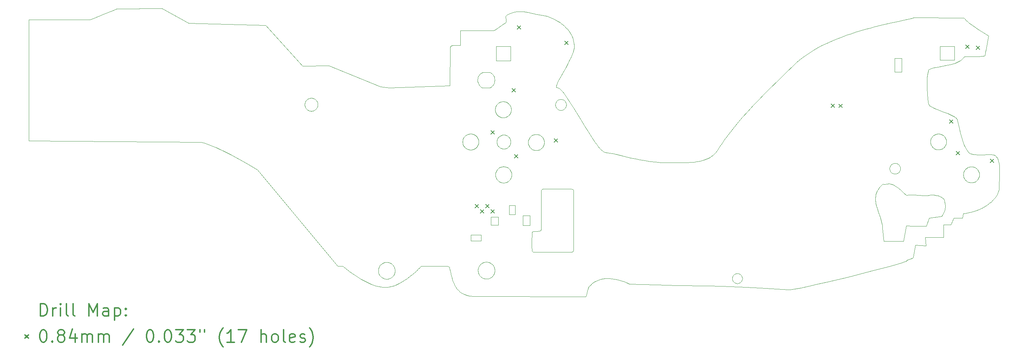
<source format=gbr>
%FSLAX45Y45*%
G04 Gerber Fmt 4.5, Leading zero omitted, Abs format (unit mm)*
G04 Created by KiCad (PCBNEW (5.1.6)-1) date 2020-06-18 22:00:03*
%MOMM*%
%LPD*%
G01*
G04 APERTURE LIST*
%TA.AperFunction,Profile*%
%ADD10C,0.100000*%
%TD*%
%ADD11C,0.200000*%
%ADD12C,0.300000*%
G04 APERTURE END LIST*
D10*
X9444641Y-1031102D02*
X9471360Y-1026135D01*
X9471360Y-1026135D02*
X9502468Y-1022875D01*
X9502468Y-1022875D02*
X9574760Y-1020633D01*
X9574760Y-1020633D02*
X9655332Y-1022692D01*
X9655332Y-1022692D02*
X9737997Y-1027368D01*
X9737997Y-1027368D02*
X9884861Y-1037833D01*
X9884861Y-1037833D02*
X9936688Y-1040254D01*
X9936688Y-1040254D02*
X9954494Y-1040024D01*
X9954494Y-1040024D02*
X9965864Y-1038554D01*
X9965864Y-1038554D02*
X10002484Y-1030338D01*
X10002484Y-1030338D02*
X10038684Y-1025586D01*
X10038684Y-1025586D02*
X10074218Y-1023965D01*
X10074218Y-1023965D02*
X10108838Y-1025144D01*
X10108838Y-1025144D02*
X10142298Y-1028790D01*
X10142298Y-1028790D02*
X10174350Y-1034571D01*
X10174350Y-1034571D02*
X10204748Y-1042155D01*
X10204748Y-1042155D02*
X10233244Y-1051209D01*
X10233244Y-1051209D02*
X10259592Y-1061402D01*
X10259592Y-1061402D02*
X10283545Y-1072401D01*
X10283545Y-1072401D02*
X10304856Y-1083875D01*
X10304856Y-1083875D02*
X10323278Y-1095491D01*
X10323278Y-1095491D02*
X10338563Y-1106917D01*
X10338563Y-1106917D02*
X10350465Y-1117821D01*
X10350465Y-1117821D02*
X10358735Y-1127871D01*
X10358735Y-1127871D02*
X10363125Y-1136735D01*
X10363125Y-1136735D02*
X10375383Y-1184052D01*
X10375383Y-1184052D02*
X10383753Y-1230853D01*
X10383753Y-1230853D02*
X10387333Y-1277728D01*
X10387333Y-1277728D02*
X10387033Y-1301377D01*
X10387033Y-1301377D02*
X10385203Y-1325266D01*
X10385203Y-1325266D02*
X10381723Y-1349468D01*
X10381723Y-1349468D02*
X10376483Y-1374057D01*
X10376483Y-1374057D02*
X10369363Y-1399107D01*
X10369363Y-1399107D02*
X10360253Y-1424691D01*
X10360253Y-1424691D02*
X10349043Y-1450883D01*
X10349043Y-1450883D02*
X10335618Y-1477757D01*
X10335618Y-1477757D02*
X10319864Y-1505387D01*
X10319864Y-1505387D02*
X10301669Y-1533846D01*
X10301669Y-1533846D02*
X9996736Y-1580419D01*
X9996736Y-1580419D02*
X9927489Y-1774722D01*
X9927489Y-1774722D02*
X9728153Y-1774452D01*
X9728153Y-1774452D02*
X9569701Y-1772278D01*
X9569701Y-1772278D02*
X9502239Y-1770143D01*
X9502239Y-1770143D02*
X9452699Y-1767105D01*
X9452699Y-1767105D02*
X9381056Y-2136436D01*
X9381056Y-2136436D02*
X8906689Y-2136436D01*
X8906689Y-2136436D02*
X8875678Y-1829314D01*
X8875678Y-1829314D02*
X8874778Y-1795913D01*
X8874778Y-1795913D02*
X8871778Y-1762427D01*
X8871778Y-1762427D02*
X8866888Y-1728866D01*
X8866888Y-1728866D02*
X8860328Y-1695238D01*
X8860328Y-1695238D02*
X8843065Y-1627817D01*
X8843065Y-1627817D02*
X8821732Y-1560233D01*
X8821732Y-1560233D02*
X8773832Y-1424855D01*
X8773832Y-1424855D02*
X8750755Y-1357201D01*
X8750755Y-1357201D02*
X8730584Y-1289663D01*
X8730584Y-1289663D02*
X8715066Y-1222311D01*
X8715066Y-1222311D02*
X8709596Y-1188727D01*
X8709596Y-1188727D02*
X8705946Y-1155215D01*
X8705946Y-1155215D02*
X8704326Y-1121785D01*
X8704326Y-1121785D02*
X8704926Y-1088445D01*
X8704926Y-1088445D02*
X8708036Y-1055204D01*
X8708036Y-1055204D02*
X8713836Y-1022070D01*
X8713836Y-1022070D02*
X8722536Y-989053D01*
X8722536Y-989053D02*
X8734365Y-956161D01*
X8734365Y-956161D02*
X8749538Y-923402D01*
X8749538Y-923402D02*
X8768272Y-890786D01*
X8768272Y-890786D02*
X8790785Y-858321D01*
X8790785Y-858321D02*
X8817296Y-826016D01*
X8817296Y-826016D02*
X8848023Y-793880D01*
X8848023Y-793880D02*
X8883183Y-761921D01*
X8883183Y-761921D02*
X8909018Y-765007D01*
X8909018Y-765007D02*
X8932716Y-764919D01*
X8932716Y-764919D02*
X8976589Y-759514D01*
X8976589Y-759514D02*
X8998210Y-756342D01*
X8998210Y-756342D02*
X9020582Y-754286D01*
X9020582Y-754286D02*
X9044429Y-754416D01*
X9044429Y-754416D02*
X9070473Y-757811D01*
X9070473Y-757811D02*
X9099435Y-765540D01*
X9099435Y-765540D02*
X9132039Y-778676D01*
X9132039Y-778676D02*
X9169006Y-798292D01*
X9169006Y-798292D02*
X9211058Y-825459D01*
X9211058Y-825459D02*
X9258919Y-861250D01*
X9258919Y-861250D02*
X9313311Y-906739D01*
X9313311Y-906739D02*
X9374954Y-962996D01*
X9374954Y-962996D02*
X9444573Y-1031095D01*
X9444573Y-1031095D02*
X9444573Y-1031094D01*
X9444573Y-1031094D02*
X9444641Y-1031102D01*
X9167945Y2269177D02*
X9342296Y2269177D01*
X9342296Y2269177D02*
X9342296Y1942686D01*
X9342296Y1942686D02*
X9167945Y1942686D01*
X9167945Y1942686D02*
X9167945Y2269177D01*
X9167945Y2269177D02*
X9167945Y2269177D01*
X9305004Y-388121D02*
X9302494Y-413483D01*
X9302494Y-413483D02*
X9295154Y-437640D01*
X9295154Y-437640D02*
X9283264Y-459911D01*
X9283264Y-459911D02*
X9267104Y-479619D01*
X9267104Y-479619D02*
X9247396Y-495779D01*
X9247396Y-495779D02*
X9225124Y-507669D01*
X9225124Y-507669D02*
X9200968Y-515010D01*
X9200968Y-515010D02*
X9175606Y-517519D01*
X9175606Y-517519D02*
X9149528Y-514890D01*
X9149528Y-514890D02*
X9125239Y-507350D01*
X9125239Y-507350D02*
X9103259Y-495420D01*
X9103259Y-495420D02*
X9084108Y-479619D01*
X9084108Y-479619D02*
X9068308Y-460469D01*
X9068308Y-460469D02*
X9056378Y-438489D01*
X9056378Y-438489D02*
X9048838Y-414199D01*
X9048838Y-414199D02*
X9046208Y-388121D01*
X9046208Y-388121D02*
X9048838Y-362043D01*
X9048838Y-362043D02*
X9056378Y-337754D01*
X9056378Y-337754D02*
X9068308Y-315774D01*
X9068308Y-315774D02*
X9084108Y-296624D01*
X9084108Y-296624D02*
X9103259Y-280823D01*
X9103259Y-280823D02*
X9125239Y-268893D01*
X9125239Y-268893D02*
X9149528Y-261352D01*
X9149528Y-261352D02*
X9175606Y-258723D01*
X9175606Y-258723D02*
X9200968Y-261232D01*
X9200968Y-261232D02*
X9225124Y-268574D01*
X9225124Y-268574D02*
X9247396Y-280464D01*
X9247396Y-280464D02*
X9267104Y-296623D01*
X9267104Y-296623D02*
X9283264Y-316331D01*
X9283264Y-316331D02*
X9295154Y-338603D01*
X9295154Y-338603D02*
X9302494Y-362759D01*
X9302494Y-362759D02*
X9305004Y-388121D01*
X9305004Y-388121D02*
X9305004Y-388121D01*
X9305004Y-388121D02*
X9305004Y-388121D01*
X-117440Y-1278184D02*
X29276Y-1278184D01*
X29276Y-1278184D02*
X29276Y-1494190D01*
X29276Y-1494190D02*
X-117440Y-1494190D01*
X-117440Y-1494190D02*
X-117440Y-1278184D01*
X-117440Y-1278184D02*
X-117440Y-1278184D01*
X1392682Y-2400661D02*
X1404136Y-2395790D01*
X1404136Y-2395790D02*
X1415652Y-2388065D01*
X1415652Y-2388065D02*
X1421682Y-2381171D01*
X1421682Y-2381171D02*
X1426292Y-2371430D01*
X1426292Y-2371430D02*
X1429672Y-2357998D01*
X1429672Y-2357998D02*
X1432012Y-2340029D01*
X1432012Y-2340029D02*
X1434362Y-2287097D01*
X1434362Y-2287097D02*
X1434862Y-2205873D01*
X1434862Y-2205873D02*
X1433802Y-1263680D01*
X1433802Y-1263680D02*
X1432512Y-1051967D01*
X1432512Y-1051967D02*
X1431812Y-966779D01*
X1431812Y-966779D02*
X1429642Y-921747D01*
X1429642Y-921747D02*
X1427452Y-909461D01*
X1427452Y-909461D02*
X1424232Y-901421D01*
X1424232Y-901421D02*
X1419762Y-895695D01*
X1419762Y-895695D02*
X1413822Y-890352D01*
X1413822Y-890352D02*
X1407652Y-886615D01*
X1407652Y-886615D02*
X1398392Y-883533D01*
X1398392Y-883533D02*
X1368984Y-879197D01*
X1368984Y-879197D02*
X1322348Y-877069D01*
X1322348Y-877069D02*
X1255240Y-876869D01*
X1255240Y-876869D02*
X1148770Y-877369D01*
X1148770Y-877369D02*
X867572Y-877029D01*
X867572Y-877029D02*
X745105Y-878030D01*
X745105Y-878030D02*
X691582Y-879556D01*
X691582Y-879556D02*
X680687Y-885140D01*
X680687Y-885140D02*
X669459Y-893455D01*
X669459Y-893455D02*
X660349Y-902418D01*
X660349Y-902418D02*
X655809Y-909948D01*
X655809Y-909948D02*
X653459Y-951248D01*
X653459Y-951248D02*
X649699Y-1109453D01*
X649699Y-1109453D02*
X648119Y-1259500D01*
X648119Y-1259500D02*
X648719Y-1614199D01*
X648719Y-1614199D02*
X649219Y-1797925D01*
X649219Y-1797925D02*
X648719Y-1846292D01*
X648719Y-1846292D02*
X647189Y-1873506D01*
X647189Y-1873506D02*
X644289Y-1885452D01*
X644289Y-1885452D02*
X642209Y-1887538D01*
X642209Y-1887538D02*
X639649Y-1888018D01*
X639649Y-1888018D02*
X632909Y-1887078D01*
X632909Y-1887078D02*
X623699Y-1888523D01*
X623699Y-1888523D02*
X616549Y-1892486D01*
X616549Y-1892486D02*
X609689Y-1894919D01*
X609689Y-1894919D02*
X546760Y-1898358D01*
X546760Y-1898358D02*
X474035Y-1901666D01*
X474035Y-1901666D02*
X460005Y-1903769D01*
X460005Y-1903769D02*
X452235Y-1906957D01*
X452235Y-1906957D02*
X436006Y-1919402D01*
X436006Y-1919402D02*
X430796Y-1926070D01*
X430796Y-1926070D02*
X427856Y-1932687D01*
X427856Y-1932687D02*
X425866Y-2162067D01*
X425866Y-2162067D02*
X425966Y-2277944D01*
X425966Y-2277944D02*
X428086Y-2344395D01*
X428086Y-2344395D02*
X430636Y-2364141D01*
X430636Y-2364141D02*
X434586Y-2377597D01*
X434586Y-2377597D02*
X440226Y-2386786D01*
X440226Y-2386786D02*
X447856Y-2393729D01*
X447856Y-2393729D02*
X459361Y-2402308D01*
X459361Y-2402308D02*
X519834Y-2403724D01*
X519834Y-2403724D02*
X701206Y-2404766D01*
X701206Y-2404766D02*
X993140Y-2404306D01*
X993140Y-2404306D02*
X1266587Y-2402788D01*
X1266587Y-2402788D02*
X1392497Y-2400669D01*
X1392497Y-2400669D02*
X1392697Y-2400663D01*
X1392697Y-2400663D02*
X1392682Y-2400661D01*
X210276Y-1522773D02*
X377989Y-1522773D01*
X377989Y-1522773D02*
X377989Y-1757366D01*
X377989Y-1757366D02*
X210276Y-1757366D01*
X210276Y-1757366D02*
X210276Y-1522773D01*
X210276Y-1522773D02*
X210276Y-1522773D01*
X-556312Y-1554613D02*
X-381605Y-1554613D01*
X-381605Y-1554613D02*
X-381605Y-1749636D01*
X-381605Y-1749636D02*
X-556312Y-1749636D01*
X-556312Y-1749636D02*
X-556312Y-1554613D01*
X-556312Y-1554613D02*
X-556312Y-1554613D01*
X-1043043Y-1989265D02*
X-794281Y-1989265D01*
X-794281Y-1989265D02*
X-794281Y-2126531D01*
X-794281Y-2126531D02*
X-1043043Y-2126531D01*
X-1043043Y-2126531D02*
X-1043043Y-1989265D01*
X-1043043Y-1989265D02*
X-1043043Y-1989265D01*
X-431677Y2557871D02*
X-88433Y2557871D01*
X-88433Y2557871D02*
X-88433Y2214628D01*
X-88433Y2214628D02*
X-431677Y2214628D01*
X-431677Y2214628D02*
X-431677Y2557871D01*
X-431677Y2557871D02*
X-431677Y2557871D01*
X10263938Y2562781D02*
X10606035Y2562781D01*
X10606035Y2562781D02*
X10606035Y2228427D01*
X10606035Y2228427D02*
X10263938Y2228427D01*
X10263938Y2228427D02*
X10263938Y2562781D01*
X10263938Y2562781D02*
X10263938Y2562781D01*
X-4729810Y1155144D02*
X-4730610Y1139030D01*
X-4730610Y1139030D02*
X-4733000Y1123382D01*
X-4733000Y1123382D02*
X-4736880Y1108278D01*
X-4736880Y1108278D02*
X-4742180Y1093798D01*
X-4742180Y1093798D02*
X-4756711Y1067028D01*
X-4756711Y1067028D02*
X-4775955Y1043703D01*
X-4775955Y1043703D02*
X-4799279Y1024459D01*
X-4799279Y1024459D02*
X-4826050Y1009928D01*
X-4826050Y1009928D02*
X-4840530Y1004628D01*
X-4840530Y1004628D02*
X-4855633Y1000744D01*
X-4855633Y1000744D02*
X-4871281Y998356D01*
X-4871281Y998356D02*
X-4887395Y997546D01*
X-4887395Y997546D02*
X-4903509Y998356D01*
X-4903509Y998356D02*
X-4919157Y1000744D01*
X-4919157Y1000744D02*
X-4934260Y1004628D01*
X-4934260Y1004628D02*
X-4948740Y1009928D01*
X-4948740Y1009928D02*
X-4975511Y1024459D01*
X-4975511Y1024459D02*
X-4998835Y1043703D01*
X-4998835Y1043703D02*
X-5018079Y1067028D01*
X-5018079Y1067028D02*
X-5032610Y1093798D01*
X-5032610Y1093798D02*
X-5037910Y1108278D01*
X-5037910Y1108278D02*
X-5041790Y1123382D01*
X-5041790Y1123382D02*
X-5044180Y1139030D01*
X-5044180Y1139030D02*
X-5044980Y1155144D01*
X-5044980Y1155144D02*
X-5044180Y1171257D01*
X-5044180Y1171257D02*
X-5041790Y1186905D01*
X-5041790Y1186905D02*
X-5037910Y1202009D01*
X-5037910Y1202009D02*
X-5032610Y1216489D01*
X-5032610Y1216489D02*
X-5018079Y1243259D01*
X-5018079Y1243259D02*
X-4998835Y1266584D01*
X-4998835Y1266584D02*
X-4975511Y1285828D01*
X-4975511Y1285828D02*
X-4948740Y1300359D01*
X-4948740Y1300359D02*
X-4934260Y1305659D01*
X-4934260Y1305659D02*
X-4919157Y1309543D01*
X-4919157Y1309543D02*
X-4903509Y1311931D01*
X-4903509Y1311931D02*
X-4887395Y1312741D01*
X-4887395Y1312741D02*
X-4871281Y1311931D01*
X-4871281Y1311931D02*
X-4855633Y1309543D01*
X-4855633Y1309543D02*
X-4840530Y1305659D01*
X-4840530Y1305659D02*
X-4826050Y1300359D01*
X-4826050Y1300359D02*
X-4799279Y1285828D01*
X-4799279Y1285828D02*
X-4775955Y1266584D01*
X-4775955Y1266584D02*
X-4756711Y1243259D01*
X-4756711Y1243259D02*
X-4742180Y1216489D01*
X-4742180Y1216489D02*
X-4736880Y1202009D01*
X-4736880Y1202009D02*
X-4733000Y1186905D01*
X-4733000Y1186905D02*
X-4730610Y1171257D01*
X-4730610Y1171257D02*
X-4729810Y1155144D01*
X-4729810Y1155144D02*
X-4729810Y1155144D01*
X-4729810Y1155144D02*
X-4729810Y1155144D01*
X1259044Y1150588D02*
X1256354Y1123924D01*
X1256354Y1123924D02*
X1248644Y1099089D01*
X1248644Y1099089D02*
X1236446Y1076615D01*
X1236446Y1076615D02*
X1220290Y1057035D01*
X1220290Y1057035D02*
X1200709Y1040879D01*
X1200709Y1040879D02*
X1178236Y1028681D01*
X1178236Y1028681D02*
X1153401Y1020972D01*
X1153401Y1020972D02*
X1126737Y1018284D01*
X1126737Y1018284D02*
X1100073Y1020972D01*
X1100073Y1020972D02*
X1075238Y1028681D01*
X1075238Y1028681D02*
X1052765Y1040879D01*
X1052765Y1040879D02*
X1033184Y1057035D01*
X1033184Y1057035D02*
X1017028Y1076615D01*
X1017028Y1076615D02*
X1004830Y1099089D01*
X1004830Y1099089D02*
X997120Y1123924D01*
X997120Y1123924D02*
X994430Y1150588D01*
X994430Y1150588D02*
X997120Y1177252D01*
X997120Y1177252D02*
X1004830Y1202086D01*
X1004830Y1202086D02*
X1017028Y1224560D01*
X1017028Y1224560D02*
X1033184Y1244141D01*
X1033184Y1244141D02*
X1052765Y1260296D01*
X1052765Y1260296D02*
X1075238Y1272495D01*
X1075238Y1272495D02*
X1100073Y1280204D01*
X1100073Y1280204D02*
X1126737Y1282892D01*
X1126737Y1282892D02*
X1153401Y1280204D01*
X1153401Y1280204D02*
X1178236Y1272495D01*
X1178236Y1272495D02*
X1200709Y1260296D01*
X1200709Y1260296D02*
X1220290Y1244141D01*
X1220290Y1244141D02*
X1236446Y1224560D01*
X1236446Y1224560D02*
X1248644Y1202086D01*
X1248644Y1202086D02*
X1256354Y1177252D01*
X1256354Y1177252D02*
X1259044Y1150588D01*
X1259044Y1150588D02*
X1259044Y1150588D01*
X1259044Y1150588D02*
X1259044Y1150588D01*
X5499577Y-3038796D02*
X5497117Y-3063197D01*
X5497117Y-3063197D02*
X5490067Y-3085924D01*
X5490067Y-3085924D02*
X5478904Y-3106490D01*
X5478904Y-3106490D02*
X5464120Y-3124409D01*
X5464120Y-3124409D02*
X5446202Y-3139193D01*
X5446202Y-3139193D02*
X5425636Y-3150356D01*
X5425636Y-3150356D02*
X5402909Y-3157411D01*
X5402909Y-3157411D02*
X5378508Y-3159871D01*
X5378508Y-3159871D02*
X5354777Y-3157523D01*
X5354777Y-3157523D02*
X5332175Y-3150655D01*
X5332175Y-3150655D02*
X5311336Y-3139529D01*
X5311336Y-3139529D02*
X5292895Y-3124409D01*
X5292895Y-3124409D02*
X5277775Y-3105969D01*
X5277775Y-3105969D02*
X5266649Y-3085130D01*
X5266649Y-3085130D02*
X5259779Y-3062527D01*
X5259779Y-3062527D02*
X5257429Y-3038796D01*
X5257429Y-3038796D02*
X5259779Y-3015065D01*
X5259779Y-3015065D02*
X5266649Y-2992463D01*
X5266649Y-2992463D02*
X5277775Y-2971624D01*
X5277775Y-2971624D02*
X5292895Y-2953183D01*
X5292895Y-2953183D02*
X5311336Y-2938063D01*
X5311336Y-2938063D02*
X5332175Y-2926938D01*
X5332175Y-2926938D02*
X5354777Y-2920070D01*
X5354777Y-2920070D02*
X5378508Y-2917722D01*
X5378508Y-2917722D02*
X5402909Y-2920182D01*
X5402909Y-2920182D02*
X5425636Y-2927237D01*
X5425636Y-2927237D02*
X5446202Y-2938400D01*
X5446202Y-2938400D02*
X5464120Y-2953184D01*
X5464120Y-2953184D02*
X5478905Y-2971103D01*
X5478905Y-2971103D02*
X5490067Y-2991669D01*
X5490067Y-2991669D02*
X5497117Y-3014396D01*
X5497117Y-3014396D02*
X5499577Y-3038797D01*
X5499577Y-3038797D02*
X5499577Y-3038797D01*
X5499577Y-3038797D02*
X5499577Y-3038796D01*
X-568708Y1567897D02*
X-550815Y1580449D01*
X-550815Y1580449D02*
X-530308Y1599299D01*
X-530308Y1599299D02*
X-510928Y1620673D01*
X-510928Y1620673D02*
X-496420Y1640795D01*
X-496420Y1640795D02*
X-486278Y1660923D01*
X-486278Y1660923D02*
X-477138Y1683633D01*
X-477138Y1683633D02*
X-472568Y1698103D01*
X-472568Y1698103D02*
X-470058Y1710879D01*
X-470058Y1710879D02*
X-468868Y1749973D01*
X-468868Y1749973D02*
X-470218Y1787811D01*
X-470218Y1787811D02*
X-472358Y1799615D01*
X-472358Y1799615D02*
X-475998Y1811168D01*
X-475998Y1811168D02*
X-491811Y1847422D01*
X-491811Y1847422D02*
X-510990Y1877798D01*
X-510990Y1877798D02*
X-521793Y1890719D01*
X-521793Y1890719D02*
X-533380Y1902093D01*
X-533380Y1902093D02*
X-545731Y1911896D01*
X-545731Y1911896D02*
X-558826Y1920102D01*
X-558826Y1920102D02*
X-579845Y1929439D01*
X-579845Y1929439D02*
X-604322Y1933741D01*
X-604322Y1933741D02*
X-640952Y1935768D01*
X-640952Y1935768D02*
X-688719Y1936388D01*
X-688719Y1936388D02*
X-732499Y1935618D01*
X-732499Y1935618D02*
X-757167Y1933491D01*
X-757167Y1933491D02*
X-767857Y1928630D01*
X-767857Y1928630D02*
X-783235Y1919252D01*
X-783235Y1919252D02*
X-819077Y1892840D01*
X-819077Y1892840D02*
X-829786Y1882372D01*
X-829786Y1882372D02*
X-840987Y1868402D01*
X-840987Y1868402D02*
X-852060Y1851783D01*
X-852060Y1851783D02*
X-862383Y1833371D01*
X-862383Y1833371D02*
X-868763Y1819417D01*
X-868763Y1819417D02*
X-873603Y1803848D01*
X-873603Y1803848D02*
X-883383Y1748799D01*
X-883383Y1748799D02*
X-883683Y1733665D01*
X-883683Y1733665D02*
X-880863Y1715396D01*
X-880863Y1715396D02*
X-875413Y1696057D01*
X-875413Y1696057D02*
X-867793Y1677710D01*
X-867793Y1677710D02*
X-850604Y1639569D01*
X-850604Y1639569D02*
X-840714Y1622324D01*
X-840714Y1622324D02*
X-824565Y1603168D01*
X-824565Y1603168D02*
X-805267Y1585351D01*
X-805267Y1585351D02*
X-785938Y1572124D01*
X-785938Y1572124D02*
X-768076Y1564688D01*
X-768076Y1564688D02*
X-744137Y1560430D01*
X-744137Y1560430D02*
X-706949Y1558641D01*
X-706949Y1558641D02*
X-649339Y1558612D01*
X-649339Y1558612D02*
X-585160Y1559172D01*
X-585160Y1559172D02*
X-568742Y1567891D01*
X-568742Y1567891D02*
X-568743Y1567895D01*
X-568743Y1567895D02*
X-568708Y1567897D01*
X726145Y244350D02*
X725145Y224559D01*
X725145Y224559D02*
X722215Y205339D01*
X722215Y205339D02*
X717445Y186789D01*
X717445Y186789D02*
X710935Y169005D01*
X710935Y169005D02*
X702785Y152084D01*
X702785Y152084D02*
X693095Y136124D01*
X693095Y136124D02*
X681952Y121223D01*
X681952Y121223D02*
X669458Y107477D01*
X669458Y107477D02*
X655712Y94983D01*
X655712Y94983D02*
X640811Y83840D01*
X640811Y83840D02*
X624851Y74144D01*
X624851Y74144D02*
X607930Y65993D01*
X607930Y65993D02*
X590146Y59484D01*
X590146Y59484D02*
X571596Y54714D01*
X571596Y54714D02*
X552376Y51781D01*
X552376Y51781D02*
X532585Y50781D01*
X532585Y50781D02*
X513453Y51731D01*
X513453Y51731D02*
X494645Y54538D01*
X494645Y54538D02*
X476288Y59151D01*
X476288Y59151D02*
X458509Y65518D01*
X458509Y65518D02*
X441435Y73587D01*
X441435Y73587D02*
X425193Y83305D01*
X425193Y83305D02*
X409909Y94620D01*
X409909Y94620D02*
X395711Y107478D01*
X395711Y107478D02*
X382853Y121676D01*
X382853Y121676D02*
X371538Y136960D01*
X371538Y136960D02*
X361818Y153203D01*
X361818Y153203D02*
X353748Y170277D01*
X353748Y170277D02*
X347378Y188056D01*
X347378Y188056D02*
X342768Y206412D01*
X342768Y206412D02*
X339958Y225220D01*
X339958Y225220D02*
X339058Y244352D01*
X339058Y244352D02*
X339958Y263484D01*
X339958Y263484D02*
X342768Y282292D01*
X342768Y282292D02*
X347378Y300649D01*
X347378Y300649D02*
X353748Y318428D01*
X353748Y318428D02*
X361818Y335502D01*
X361818Y335502D02*
X371538Y351744D01*
X371538Y351744D02*
X382853Y367028D01*
X382853Y367028D02*
X395711Y381226D01*
X395711Y381226D02*
X409909Y394084D01*
X409909Y394084D02*
X425193Y405399D01*
X425193Y405399D02*
X441435Y415117D01*
X441435Y415117D02*
X458509Y423186D01*
X458509Y423186D02*
X476288Y429554D01*
X476288Y429554D02*
X494645Y434167D01*
X494645Y434167D02*
X513453Y436973D01*
X513453Y436973D02*
X532585Y437923D01*
X532585Y437923D02*
X552376Y436923D01*
X552376Y436923D02*
X571596Y433990D01*
X571596Y433990D02*
X590146Y429220D01*
X590146Y429220D02*
X607930Y422711D01*
X607930Y422711D02*
X624851Y414560D01*
X624851Y414560D02*
X640811Y404864D01*
X640811Y404864D02*
X655712Y393721D01*
X655712Y393721D02*
X669458Y381228D01*
X669458Y381228D02*
X681952Y367482D01*
X681952Y367482D02*
X693095Y352580D01*
X693095Y352580D02*
X702785Y336620D01*
X702785Y336620D02*
X710935Y319700D01*
X710935Y319700D02*
X717445Y301916D01*
X717445Y301916D02*
X722215Y283365D01*
X722215Y283365D02*
X725145Y264145D01*
X725145Y264145D02*
X726145Y244354D01*
X726145Y244354D02*
X726145Y244354D01*
X726145Y244354D02*
X726145Y244350D01*
X-854078Y257214D02*
X-855078Y237423D01*
X-855078Y237423D02*
X-858008Y218203D01*
X-858008Y218203D02*
X-862778Y199652D01*
X-862778Y199652D02*
X-869288Y181868D01*
X-869288Y181868D02*
X-877438Y164948D01*
X-877438Y164948D02*
X-887138Y148988D01*
X-887138Y148988D02*
X-898281Y134086D01*
X-898281Y134086D02*
X-910775Y120340D01*
X-910775Y120340D02*
X-924521Y107847D01*
X-924521Y107847D02*
X-939422Y96704D01*
X-939422Y96704D02*
X-955382Y87008D01*
X-955382Y87008D02*
X-972303Y78857D01*
X-972303Y78857D02*
X-990087Y72348D01*
X-990087Y72348D02*
X-1008637Y67578D01*
X-1008637Y67578D02*
X-1027857Y64645D01*
X-1027857Y64645D02*
X-1047648Y63645D01*
X-1047648Y63645D02*
X-1066780Y64595D01*
X-1066780Y64595D02*
X-1085588Y67402D01*
X-1085588Y67402D02*
X-1103945Y72015D01*
X-1103945Y72015D02*
X-1121724Y78383D01*
X-1121724Y78383D02*
X-1138798Y86452D01*
X-1138798Y86452D02*
X-1155040Y96170D01*
X-1155040Y96170D02*
X-1170324Y107485D01*
X-1170324Y107485D02*
X-1184522Y120343D01*
X-1184522Y120343D02*
X-1197380Y134541D01*
X-1197380Y134541D02*
X-1208695Y149825D01*
X-1208695Y149825D02*
X-1218415Y166067D01*
X-1218415Y166067D02*
X-1226485Y183141D01*
X-1226485Y183141D02*
X-1232855Y200920D01*
X-1232855Y200920D02*
X-1237465Y219277D01*
X-1237465Y219277D02*
X-1240275Y238085D01*
X-1240275Y238085D02*
X-1241175Y257217D01*
X-1241175Y257217D02*
X-1240275Y276349D01*
X-1240275Y276349D02*
X-1237465Y295157D01*
X-1237465Y295157D02*
X-1232855Y313514D01*
X-1232855Y313514D02*
X-1226485Y331293D01*
X-1226485Y331293D02*
X-1218415Y348367D01*
X-1218415Y348367D02*
X-1208695Y364609D01*
X-1208695Y364609D02*
X-1197380Y379893D01*
X-1197380Y379893D02*
X-1184522Y394091D01*
X-1184522Y394091D02*
X-1170324Y406949D01*
X-1170324Y406949D02*
X-1155040Y418264D01*
X-1155040Y418264D02*
X-1138798Y427982D01*
X-1138798Y427982D02*
X-1121724Y436051D01*
X-1121724Y436051D02*
X-1103945Y442418D01*
X-1103945Y442418D02*
X-1085588Y447031D01*
X-1085588Y447031D02*
X-1066780Y449837D01*
X-1066780Y449837D02*
X-1047648Y450787D01*
X-1047648Y450787D02*
X-1027857Y449787D01*
X-1027857Y449787D02*
X-1008637Y446854D01*
X-1008637Y446854D02*
X-990087Y442084D01*
X-990087Y442084D02*
X-972303Y435575D01*
X-972303Y435575D02*
X-955382Y427424D01*
X-955382Y427424D02*
X-939422Y417728D01*
X-939422Y417728D02*
X-924521Y406585D01*
X-924521Y406585D02*
X-910775Y394091D01*
X-910775Y394091D02*
X-898282Y380345D01*
X-898282Y380345D02*
X-887138Y365444D01*
X-887138Y365444D02*
X-877438Y349484D01*
X-877438Y349484D02*
X-869288Y332564D01*
X-869288Y332564D02*
X-862778Y314779D01*
X-862778Y314779D02*
X-858008Y296229D01*
X-858008Y296229D02*
X-855078Y277009D01*
X-855078Y277009D02*
X-854078Y257218D01*
X-854078Y257218D02*
X-854078Y257218D01*
X-854078Y257218D02*
X-854078Y257214D01*
X-69408Y1033949D02*
X-70308Y1014817D01*
X-70308Y1014817D02*
X-73118Y996010D01*
X-73118Y996010D02*
X-77728Y977653D01*
X-77728Y977653D02*
X-84098Y959874D01*
X-84098Y959874D02*
X-92168Y942800D01*
X-92168Y942800D02*
X-101888Y926557D01*
X-101888Y926557D02*
X-113203Y911274D01*
X-113203Y911274D02*
X-126061Y897076D01*
X-126061Y897076D02*
X-140259Y884217D01*
X-140259Y884217D02*
X-155543Y872902D01*
X-155543Y872902D02*
X-171785Y863184D01*
X-171785Y863184D02*
X-188859Y855115D01*
X-188859Y855115D02*
X-206638Y848748D01*
X-206638Y848748D02*
X-224995Y844135D01*
X-224995Y844135D02*
X-243803Y841329D01*
X-243803Y841329D02*
X-262935Y840379D01*
X-262935Y840379D02*
X-282726Y841379D01*
X-282726Y841379D02*
X-301946Y844312D01*
X-301946Y844312D02*
X-320496Y849082D01*
X-320496Y849082D02*
X-338280Y855591D01*
X-338280Y855591D02*
X-355201Y863742D01*
X-355201Y863742D02*
X-371161Y873438D01*
X-371161Y873438D02*
X-386062Y884582D01*
X-386062Y884582D02*
X-399808Y897075D01*
X-399808Y897075D02*
X-412301Y910821D01*
X-412301Y910821D02*
X-423445Y925722D01*
X-423445Y925722D02*
X-433135Y941682D01*
X-433135Y941682D02*
X-441285Y958603D01*
X-441285Y958603D02*
X-447795Y976387D01*
X-447795Y976387D02*
X-452565Y994938D01*
X-452565Y994938D02*
X-455495Y1014157D01*
X-455495Y1014157D02*
X-456495Y1033948D01*
X-456495Y1033948D02*
X-455495Y1053740D01*
X-455495Y1053740D02*
X-452565Y1072959D01*
X-452565Y1072959D02*
X-447795Y1091510D01*
X-447795Y1091510D02*
X-441285Y1109294D01*
X-441285Y1109294D02*
X-433135Y1126214D01*
X-433135Y1126214D02*
X-423445Y1142174D01*
X-423445Y1142174D02*
X-412302Y1157076D01*
X-412302Y1157076D02*
X-399808Y1170822D01*
X-399808Y1170822D02*
X-386062Y1183315D01*
X-386062Y1183315D02*
X-371161Y1194458D01*
X-371161Y1194458D02*
X-355201Y1204154D01*
X-355201Y1204154D02*
X-338280Y1212305D01*
X-338280Y1212305D02*
X-320496Y1218814D01*
X-320496Y1218814D02*
X-301946Y1223584D01*
X-301946Y1223584D02*
X-282726Y1226517D01*
X-282726Y1226517D02*
X-262935Y1227517D01*
X-262935Y1227517D02*
X-243803Y1226567D01*
X-243803Y1226567D02*
X-224995Y1223760D01*
X-224995Y1223760D02*
X-206638Y1219147D01*
X-206638Y1219147D02*
X-188859Y1212780D01*
X-188859Y1212780D02*
X-171785Y1204711D01*
X-171785Y1204711D02*
X-155543Y1194993D01*
X-155543Y1194993D02*
X-140259Y1183679D01*
X-140259Y1183679D02*
X-126061Y1170820D01*
X-126061Y1170820D02*
X-113203Y1156622D01*
X-113203Y1156622D02*
X-101888Y1141338D01*
X-101888Y1141338D02*
X-92168Y1125096D01*
X-92168Y1125096D02*
X-84098Y1108022D01*
X-84098Y1108022D02*
X-77728Y1090243D01*
X-77728Y1090243D02*
X-73118Y1071886D01*
X-73118Y1071886D02*
X-70308Y1053078D01*
X-70308Y1053078D02*
X-69408Y1033946D01*
X-69408Y1033946D02*
X-69408Y1033946D01*
X-69408Y1033946D02*
X-69408Y1033949D01*
X-57377Y-535629D02*
X-58387Y-555651D01*
X-58387Y-555651D02*
X-61357Y-575094D01*
X-61357Y-575094D02*
X-66187Y-593861D01*
X-66187Y-593861D02*
X-72777Y-611852D01*
X-72777Y-611852D02*
X-81027Y-628970D01*
X-81027Y-628970D02*
X-90837Y-645116D01*
X-90837Y-645116D02*
X-102110Y-660191D01*
X-102110Y-660191D02*
X-114749Y-674097D01*
X-114749Y-674097D02*
X-128655Y-686736D01*
X-128655Y-686736D02*
X-143730Y-698009D01*
X-143730Y-698009D02*
X-159876Y-707818D01*
X-159876Y-707818D02*
X-176993Y-716064D01*
X-176993Y-716064D02*
X-194985Y-722649D01*
X-194985Y-722649D02*
X-213752Y-727474D01*
X-213752Y-727474D02*
X-233195Y-730442D01*
X-233195Y-730442D02*
X-253217Y-731453D01*
X-253217Y-731453D02*
X-273239Y-730442D01*
X-273239Y-730442D02*
X-292682Y-727474D01*
X-292682Y-727474D02*
X-311449Y-722649D01*
X-311449Y-722649D02*
X-329441Y-716064D01*
X-329441Y-716064D02*
X-346558Y-707818D01*
X-346558Y-707818D02*
X-362704Y-698009D01*
X-362704Y-698009D02*
X-377779Y-686736D01*
X-377779Y-686736D02*
X-391685Y-674097D01*
X-391685Y-674097D02*
X-404324Y-660191D01*
X-404324Y-660191D02*
X-415597Y-645116D01*
X-415597Y-645116D02*
X-425407Y-628970D01*
X-425407Y-628970D02*
X-433657Y-611852D01*
X-433657Y-611852D02*
X-440237Y-593861D01*
X-440237Y-593861D02*
X-445067Y-575094D01*
X-445067Y-575094D02*
X-448037Y-555651D01*
X-448037Y-555651D02*
X-449047Y-535629D01*
X-449047Y-535629D02*
X-448037Y-515607D01*
X-448037Y-515607D02*
X-445067Y-496163D01*
X-445067Y-496163D02*
X-440237Y-477397D01*
X-440237Y-477397D02*
X-433657Y-459405D01*
X-433657Y-459405D02*
X-425407Y-442287D01*
X-425407Y-442287D02*
X-415597Y-426142D01*
X-415597Y-426142D02*
X-404324Y-411066D01*
X-404324Y-411066D02*
X-391685Y-397160D01*
X-391685Y-397160D02*
X-377779Y-384521D01*
X-377779Y-384521D02*
X-362704Y-373248D01*
X-362704Y-373248D02*
X-346558Y-363439D01*
X-346558Y-363439D02*
X-329441Y-355193D01*
X-329441Y-355193D02*
X-311449Y-348608D01*
X-311449Y-348608D02*
X-292682Y-343783D01*
X-292682Y-343783D02*
X-273239Y-340815D01*
X-273239Y-340815D02*
X-253217Y-339804D01*
X-253217Y-339804D02*
X-233195Y-340815D01*
X-233195Y-340815D02*
X-213752Y-343783D01*
X-213752Y-343783D02*
X-194985Y-348608D01*
X-194985Y-348608D02*
X-176993Y-355193D01*
X-176993Y-355193D02*
X-159876Y-363439D01*
X-159876Y-363439D02*
X-143730Y-373248D01*
X-143730Y-373248D02*
X-128655Y-384521D01*
X-128655Y-384521D02*
X-114749Y-397160D01*
X-114749Y-397160D02*
X-102110Y-411066D01*
X-102110Y-411066D02*
X-90837Y-426142D01*
X-90837Y-426142D02*
X-81027Y-442287D01*
X-81027Y-442287D02*
X-72777Y-459405D01*
X-72777Y-459405D02*
X-66187Y-477397D01*
X-66187Y-477397D02*
X-61357Y-496163D01*
X-61357Y-496163D02*
X-58387Y-515607D01*
X-58387Y-515607D02*
X-57377Y-535629D01*
X-57377Y-535629D02*
X-57377Y-535629D01*
X-57377Y-535629D02*
X-57377Y-535629D01*
X-83346Y256387D02*
X-84146Y239681D01*
X-84146Y239681D02*
X-86556Y223258D01*
X-86556Y223258D02*
X-90526Y207229D01*
X-90526Y207229D02*
X-95996Y191705D01*
X-95996Y191705D02*
X-102936Y176795D01*
X-102936Y176795D02*
X-111286Y162613D01*
X-111286Y162613D02*
X-121016Y149267D01*
X-121016Y149267D02*
X-132070Y136869D01*
X-132070Y136869D02*
X-144277Y125641D01*
X-144277Y125641D02*
X-157417Y115761D01*
X-157417Y115761D02*
X-171381Y107275D01*
X-171381Y107275D02*
X-186060Y100229D01*
X-186060Y100229D02*
X-201345Y94669D01*
X-201345Y94669D02*
X-217127Y90641D01*
X-217127Y90641D02*
X-233297Y88190D01*
X-233297Y88190D02*
X-249745Y87360D01*
X-249745Y87360D02*
X-266760Y88230D01*
X-266760Y88230D02*
X-283284Y90791D01*
X-283284Y90791D02*
X-299232Y94956D01*
X-299232Y94956D02*
X-314522Y100640D01*
X-314522Y100640D02*
X-329069Y107758D01*
X-329069Y107758D02*
X-342790Y116224D01*
X-342790Y116224D02*
X-355601Y125954D01*
X-355601Y125954D02*
X-367419Y136864D01*
X-367419Y136864D02*
X-378160Y148867D01*
X-378160Y148867D02*
X-387740Y161879D01*
X-387740Y161879D02*
X-396080Y175814D01*
X-396080Y175814D02*
X-403090Y190589D01*
X-403090Y190589D02*
X-408690Y206119D01*
X-408690Y206119D02*
X-412790Y222317D01*
X-412790Y222317D02*
X-415310Y239099D01*
X-415310Y239099D02*
X-416210Y256381D01*
X-416210Y256381D02*
X-415310Y273662D01*
X-415310Y273662D02*
X-412790Y290445D01*
X-412790Y290445D02*
X-408690Y306643D01*
X-408690Y306643D02*
X-403090Y322172D01*
X-403090Y322172D02*
X-396080Y336947D01*
X-396080Y336947D02*
X-387740Y350883D01*
X-387740Y350883D02*
X-378160Y363895D01*
X-378160Y363895D02*
X-367419Y375898D01*
X-367419Y375898D02*
X-355601Y386807D01*
X-355601Y386807D02*
X-342790Y396537D01*
X-342790Y396537D02*
X-329069Y405003D01*
X-329069Y405003D02*
X-314522Y412121D01*
X-314522Y412121D02*
X-299232Y417805D01*
X-299232Y417805D02*
X-283284Y421970D01*
X-283284Y421970D02*
X-266760Y424531D01*
X-266760Y424531D02*
X-249745Y425401D01*
X-249745Y425401D02*
X-233297Y424571D01*
X-233297Y424571D02*
X-217127Y422120D01*
X-217127Y422120D02*
X-201345Y418092D01*
X-201345Y418092D02*
X-186060Y412532D01*
X-186060Y412532D02*
X-171381Y405486D01*
X-171381Y405486D02*
X-157417Y397000D01*
X-157417Y397000D02*
X-144277Y387120D01*
X-144277Y387120D02*
X-132070Y375892D01*
X-132070Y375892D02*
X-121016Y363494D01*
X-121016Y363494D02*
X-111286Y350149D01*
X-111286Y350149D02*
X-102936Y335966D01*
X-102936Y335966D02*
X-95996Y321057D01*
X-95996Y321057D02*
X-90526Y305533D01*
X-90526Y305533D02*
X-86556Y289503D01*
X-86556Y289503D02*
X-84146Y273080D01*
X-84146Y273080D02*
X-83346Y256374D01*
X-83346Y256374D02*
X-83346Y256374D01*
X-83346Y256374D02*
X-83346Y256387D01*
X10415674Y258701D02*
X10414674Y239036D01*
X10414674Y239036D02*
X10411754Y219939D01*
X10411754Y219939D02*
X10407014Y201507D01*
X10407014Y201507D02*
X10400544Y183836D01*
X10400544Y183836D02*
X10392444Y167023D01*
X10392444Y167023D02*
X10382814Y151165D01*
X10382814Y151165D02*
X10371742Y136359D01*
X10371742Y136359D02*
X10359328Y122701D01*
X10359328Y122701D02*
X10345670Y110287D01*
X10345670Y110287D02*
X10330863Y99215D01*
X10330863Y99215D02*
X10315005Y89581D01*
X10315005Y89581D02*
X10298193Y81482D01*
X10298193Y81482D02*
X10280522Y75014D01*
X10280522Y75014D02*
X10262090Y70275D01*
X10262090Y70275D02*
X10242993Y67360D01*
X10242993Y67360D02*
X10223328Y66370D01*
X10223328Y66370D02*
X10204318Y67310D01*
X10204318Y67310D02*
X10185630Y70098D01*
X10185630Y70098D02*
X10167391Y74682D01*
X10167391Y74682D02*
X10149725Y81009D01*
X10149725Y81009D02*
X10132760Y89026D01*
X10132760Y89026D02*
X10116621Y98682D01*
X10116621Y98682D02*
X10101435Y109924D01*
X10101435Y109924D02*
X10087327Y122701D01*
X10087327Y122701D02*
X10074551Y136808D01*
X10074551Y136808D02*
X10063308Y151995D01*
X10063308Y151995D02*
X10053648Y168133D01*
X10053648Y168133D02*
X10045628Y185098D01*
X10045628Y185098D02*
X10039298Y202764D01*
X10039298Y202764D02*
X10034718Y221004D01*
X10034718Y221004D02*
X10031928Y239691D01*
X10031928Y239691D02*
X10031028Y258701D01*
X10031028Y258701D02*
X10031928Y277711D01*
X10031928Y277711D02*
X10034718Y296399D01*
X10034718Y296399D02*
X10039298Y314639D01*
X10039298Y314639D02*
X10045628Y332304D01*
X10045628Y332304D02*
X10053648Y349269D01*
X10053648Y349269D02*
X10063308Y365408D01*
X10063308Y365408D02*
X10074551Y380594D01*
X10074551Y380594D02*
X10087327Y394702D01*
X10087327Y394702D02*
X10101435Y407478D01*
X10101435Y407478D02*
X10116621Y418720D01*
X10116621Y418720D02*
X10132760Y428376D01*
X10132760Y428376D02*
X10149725Y436393D01*
X10149725Y436393D02*
X10167391Y442720D01*
X10167391Y442720D02*
X10185630Y447304D01*
X10185630Y447304D02*
X10204318Y450092D01*
X10204318Y450092D02*
X10223328Y451032D01*
X10223328Y451032D02*
X10242993Y450042D01*
X10242993Y450042D02*
X10262090Y447127D01*
X10262090Y447127D02*
X10280522Y442388D01*
X10280522Y442388D02*
X10298193Y435920D01*
X10298193Y435920D02*
X10315005Y427821D01*
X10315005Y427821D02*
X10330863Y418187D01*
X10330863Y418187D02*
X10345670Y407115D01*
X10345670Y407115D02*
X10359328Y394702D01*
X10359328Y394702D02*
X10371742Y381044D01*
X10371742Y381044D02*
X10382814Y366237D01*
X10382814Y366237D02*
X10392444Y350379D01*
X10392444Y350379D02*
X10400544Y333567D01*
X10400544Y333567D02*
X10407014Y315896D01*
X10407014Y315896D02*
X10411754Y297464D01*
X10411754Y297464D02*
X10414674Y278367D01*
X10414674Y278367D02*
X10415674Y258702D01*
X10415674Y258702D02*
X10415674Y258702D01*
X10415674Y258702D02*
X10415674Y258701D01*
X11210872Y-535257D02*
X11209972Y-554389D01*
X11209972Y-554389D02*
X11207162Y-573197D01*
X11207162Y-573197D02*
X11202552Y-591554D01*
X11202552Y-591554D02*
X11196182Y-609333D01*
X11196182Y-609333D02*
X11188112Y-626408D01*
X11188112Y-626408D02*
X11178392Y-642650D01*
X11178392Y-642650D02*
X11167077Y-657934D01*
X11167077Y-657934D02*
X11154218Y-672132D01*
X11154218Y-672132D02*
X11140020Y-684991D01*
X11140020Y-684991D02*
X11124736Y-696305D01*
X11124736Y-696305D02*
X11108494Y-706023D01*
X11108494Y-706023D02*
X11091419Y-714092D01*
X11091419Y-714092D02*
X11073640Y-720460D01*
X11073640Y-720460D02*
X11055283Y-725073D01*
X11055283Y-725073D02*
X11036475Y-727879D01*
X11036475Y-727879D02*
X11017343Y-728829D01*
X11017343Y-728829D02*
X10998211Y-727879D01*
X10998211Y-727879D02*
X10979403Y-725073D01*
X10979403Y-725073D02*
X10961046Y-720460D01*
X10961046Y-720460D02*
X10943267Y-714092D01*
X10943267Y-714092D02*
X10926192Y-706023D01*
X10926192Y-706023D02*
X10909950Y-696305D01*
X10909950Y-696305D02*
X10894666Y-684991D01*
X10894666Y-684991D02*
X10880468Y-672132D01*
X10880468Y-672132D02*
X10867609Y-657934D01*
X10867609Y-657934D02*
X10856294Y-642650D01*
X10856294Y-642650D02*
X10846574Y-626408D01*
X10846574Y-626408D02*
X10838504Y-609333D01*
X10838504Y-609333D02*
X10832134Y-591554D01*
X10832134Y-591554D02*
X10827524Y-573197D01*
X10827524Y-573197D02*
X10824714Y-554389D01*
X10824714Y-554389D02*
X10823814Y-535257D01*
X10823814Y-535257D02*
X10824714Y-516125D01*
X10824714Y-516125D02*
X10827524Y-497317D01*
X10827524Y-497317D02*
X10832134Y-478960D01*
X10832134Y-478960D02*
X10838504Y-461180D01*
X10838504Y-461180D02*
X10846574Y-444106D01*
X10846574Y-444106D02*
X10856294Y-427864D01*
X10856294Y-427864D02*
X10867609Y-412580D01*
X10867609Y-412580D02*
X10880468Y-398382D01*
X10880468Y-398382D02*
X10894666Y-385523D01*
X10894666Y-385523D02*
X10909950Y-374208D01*
X10909950Y-374208D02*
X10926192Y-364490D01*
X10926192Y-364490D02*
X10943267Y-356421D01*
X10943267Y-356421D02*
X10961046Y-350053D01*
X10961046Y-350053D02*
X10979403Y-345440D01*
X10979403Y-345440D02*
X10998211Y-342634D01*
X10998211Y-342634D02*
X11017343Y-341684D01*
X11017343Y-341684D02*
X11036475Y-342634D01*
X11036475Y-342634D02*
X11055283Y-345440D01*
X11055283Y-345440D02*
X11073640Y-350053D01*
X11073640Y-350053D02*
X11091419Y-356421D01*
X11091419Y-356421D02*
X11108494Y-364490D01*
X11108494Y-364490D02*
X11124736Y-374208D01*
X11124736Y-374208D02*
X11140020Y-385523D01*
X11140020Y-385523D02*
X11154218Y-398382D01*
X11154218Y-398382D02*
X11167077Y-412580D01*
X11167077Y-412580D02*
X11178392Y-427864D01*
X11178392Y-427864D02*
X11188112Y-444106D01*
X11188112Y-444106D02*
X11196182Y-461180D01*
X11196182Y-461180D02*
X11202552Y-478960D01*
X11202552Y-478960D02*
X11207162Y-497317D01*
X11207162Y-497317D02*
X11209972Y-516125D01*
X11209972Y-516125D02*
X11210872Y-535257D01*
X11210872Y-535257D02*
X11210872Y-535257D01*
X11210872Y-535257D02*
X11210872Y-535257D01*
X-3020316Y-3047979D02*
X-2995354Y-3039907D01*
X-2995354Y-3039907D02*
X-2972664Y-3028849D01*
X-2972664Y-3028849D02*
X-2951366Y-3014290D01*
X-2951366Y-3014290D02*
X-2930579Y-2995718D01*
X-2930579Y-2995718D02*
X-2916535Y-2980736D01*
X-2916535Y-2980736D02*
X-2904518Y-2965723D01*
X-2904518Y-2965723D02*
X-2894439Y-2950485D01*
X-2894439Y-2950485D02*
X-2886209Y-2934828D01*
X-2886209Y-2934828D02*
X-2879739Y-2918557D01*
X-2879739Y-2918557D02*
X-2874939Y-2901478D01*
X-2874939Y-2901478D02*
X-2871719Y-2883398D01*
X-2871719Y-2883398D02*
X-2869989Y-2864121D01*
X-2869989Y-2864121D02*
X-2870589Y-2829050D01*
X-2870589Y-2829050D02*
X-2876169Y-2796123D01*
X-2876169Y-2796123D02*
X-2886625Y-2765568D01*
X-2886625Y-2765568D02*
X-2901904Y-2737610D01*
X-2901904Y-2737610D02*
X-2913534Y-2721966D01*
X-2913534Y-2721966D02*
X-2926865Y-2707331D01*
X-2926865Y-2707331D02*
X-2941638Y-2693883D01*
X-2941638Y-2693883D02*
X-2957593Y-2681802D01*
X-2957593Y-2681802D02*
X-2974470Y-2671266D01*
X-2974470Y-2671266D02*
X-2992011Y-2662453D01*
X-2992011Y-2662453D02*
X-3009956Y-2655542D01*
X-3009956Y-2655542D02*
X-3028046Y-2650712D01*
X-3028046Y-2650712D02*
X-3051177Y-2646714D01*
X-3051177Y-2646714D02*
X-3071177Y-2645248D01*
X-3071177Y-2645248D02*
X-3090644Y-2646289D01*
X-3090644Y-2646289D02*
X-3112176Y-2649812D01*
X-3112176Y-2649812D02*
X-3132608Y-2654674D01*
X-3132608Y-2654674D02*
X-3149610Y-2660730D01*
X-3149610Y-2660730D02*
X-3166089Y-2669248D01*
X-3166089Y-2669248D02*
X-3184958Y-2681496D01*
X-3184958Y-2681496D02*
X-3202330Y-2694955D01*
X-3202330Y-2694955D02*
X-3217838Y-2709927D01*
X-3217838Y-2709927D02*
X-3231457Y-2726235D01*
X-3231457Y-2726235D02*
X-3243164Y-2743706D01*
X-3243164Y-2743706D02*
X-3252934Y-2762163D01*
X-3252934Y-2762163D02*
X-3260744Y-2781432D01*
X-3260744Y-2781432D02*
X-3266574Y-2801338D01*
X-3266574Y-2801338D02*
X-3270394Y-2821706D01*
X-3270394Y-2821706D02*
X-3272174Y-2842361D01*
X-3272174Y-2842361D02*
X-3271874Y-2863128D01*
X-3271874Y-2863128D02*
X-3269524Y-2883832D01*
X-3269524Y-2883832D02*
X-3265074Y-2904297D01*
X-3265074Y-2904297D02*
X-3258494Y-2924349D01*
X-3258494Y-2924349D02*
X-3249764Y-2943813D01*
X-3249764Y-2943813D02*
X-3238855Y-2962514D01*
X-3238855Y-2962514D02*
X-3225747Y-2980277D01*
X-3225747Y-2980277D02*
X-3202550Y-3003576D01*
X-3202550Y-3003576D02*
X-3174705Y-3023714D01*
X-3174705Y-3023714D02*
X-3144338Y-3039383D01*
X-3144338Y-3039383D02*
X-3128875Y-3045132D01*
X-3128875Y-3045132D02*
X-3113580Y-3049272D01*
X-3113580Y-3049272D02*
X-3090849Y-3052637D01*
X-3090849Y-3052637D02*
X-3066432Y-3053527D01*
X-3066432Y-3053527D02*
X-3042261Y-3051966D01*
X-3042261Y-3051966D02*
X-3020268Y-3047984D01*
X-3020268Y-3047984D02*
X-3020268Y-3047982D01*
X-3020268Y-3047982D02*
X-3020316Y-3047979D01*
X10836484Y2301869D02*
X10839204Y2304470D01*
X10839204Y2304470D02*
X10844534Y2306722D01*
X10844534Y2306722D02*
X10862329Y2310287D01*
X10862329Y2310287D02*
X10921514Y2314396D01*
X10921514Y2314396D02*
X11002791Y2315884D01*
X11002791Y2315884D02*
X11094915Y2316444D01*
X11094915Y2316444D02*
X11186642Y2317756D01*
X11186642Y2317756D02*
X11266729Y2321513D01*
X11266729Y2321513D02*
X11298893Y2324836D01*
X11298893Y2324836D02*
X11323931Y2329404D01*
X11323931Y2329404D02*
X11340436Y2335428D01*
X11340436Y2335428D02*
X11345046Y2339052D01*
X11345046Y2339052D02*
X11346996Y2343119D01*
X11346996Y2343119D02*
X11357167Y2418546D01*
X11357167Y2418546D02*
X11368324Y2485840D01*
X11368324Y2485840D02*
X11431576Y2814582D01*
X11431576Y2814582D02*
X11296835Y2895241D01*
X11296835Y2895241D02*
X11213904Y2947783D01*
X11213904Y2947783D02*
X11126934Y3005655D01*
X11126934Y3005655D02*
X11040677Y3066750D01*
X11040677Y3066750D02*
X10959887Y3128960D01*
X10959887Y3128960D02*
X10923026Y3159824D01*
X10923026Y3159824D02*
X10889313Y3190176D01*
X10889313Y3190176D02*
X10859342Y3219753D01*
X10859342Y3219753D02*
X10833708Y3248291D01*
X10833708Y3248291D02*
X9628529Y3257759D01*
X9628529Y3257759D02*
X9611975Y3248775D01*
X9611975Y3248775D02*
X9585518Y3239137D01*
X9585518Y3239137D02*
X9549670Y3228736D01*
X9549670Y3228736D02*
X9504940Y3217458D01*
X9504940Y3217458D02*
X9390879Y3191830D01*
X9390879Y3191830D02*
X9247419Y3161362D01*
X9247419Y3161362D02*
X9078644Y3125164D01*
X9078644Y3125164D02*
X8888637Y3082342D01*
X8888637Y3082342D02*
X8681482Y3032008D01*
X8681482Y3032008D02*
X8572750Y3003744D01*
X8572750Y3003744D02*
X8461263Y2973268D01*
X8461263Y2973268D02*
X8347531Y2940468D01*
X8347531Y2940468D02*
X8232065Y2905233D01*
X8232065Y2905233D02*
X8115374Y2867450D01*
X8115374Y2867450D02*
X7997970Y2827010D01*
X7997970Y2827010D02*
X7880363Y2783799D01*
X7880363Y2783799D02*
X7763063Y2737708D01*
X7763063Y2737708D02*
X7646581Y2688624D01*
X7646581Y2688624D02*
X7531427Y2636437D01*
X7531427Y2636437D02*
X7418112Y2581034D01*
X7418112Y2581034D02*
X7307147Y2522304D01*
X7307147Y2522304D02*
X7199041Y2460137D01*
X7199041Y2460137D02*
X7094305Y2394420D01*
X7094305Y2394420D02*
X6993450Y2325042D01*
X6993450Y2325042D02*
X6896987Y2251891D01*
X6896987Y2251891D02*
X6850561Y2213867D01*
X6850561Y2213867D02*
X6805425Y2174858D01*
X6805425Y2174858D02*
X6761641Y2134849D01*
X6761641Y2134849D02*
X6719275Y2093828D01*
X6719275Y2093828D02*
X6569134Y1947414D01*
X6569134Y1947414D02*
X6373096Y1758053D01*
X6373096Y1758053D02*
X6143142Y1531903D01*
X6143142Y1531903D02*
X6019190Y1406956D01*
X6019190Y1406956D02*
X5891252Y1275122D01*
X5891252Y1275122D02*
X5760825Y1137170D01*
X5760825Y1137170D02*
X5629407Y993870D01*
X5629407Y993870D02*
X5498495Y845992D01*
X5498495Y845992D02*
X5369588Y694305D01*
X5369588Y694305D02*
X5244183Y539579D01*
X5244183Y539579D02*
X5123777Y382585D01*
X5123777Y382585D02*
X5065916Y303477D01*
X5065916Y303477D02*
X5009868Y224091D01*
X5009868Y224091D02*
X4955817Y144523D01*
X4955817Y144523D02*
X4903953Y64868D01*
X4903953Y64868D02*
X4882198Y33156D01*
X4882198Y33156D02*
X4858810Y3673D01*
X4858810Y3673D02*
X4833870Y-23660D01*
X4833870Y-23660D02*
X4807456Y-48926D01*
X4807456Y-48926D02*
X4779648Y-72206D01*
X4779648Y-72206D02*
X4750525Y-93581D01*
X4750525Y-93581D02*
X4720166Y-113132D01*
X4720166Y-113132D02*
X4688651Y-130941D01*
X4688651Y-130941D02*
X4656059Y-147088D01*
X4656059Y-147088D02*
X4622470Y-161655D01*
X4622470Y-161655D02*
X4587962Y-174723D01*
X4587962Y-174723D02*
X4552615Y-186374D01*
X4552615Y-186374D02*
X4479722Y-205747D01*
X4479722Y-205747D02*
X4404426Y-220425D01*
X4404426Y-220425D02*
X4327360Y-231056D01*
X4327360Y-231056D02*
X4249160Y-238291D01*
X4249160Y-238291D02*
X4170460Y-242780D01*
X4170460Y-242780D02*
X4091895Y-245173D01*
X4091895Y-245173D02*
X3937708Y-246269D01*
X3937708Y-246269D02*
X3791675Y-246779D01*
X3791675Y-246779D02*
X3658780Y-245737D01*
X3658780Y-245737D02*
X3527881Y-239380D01*
X3527881Y-239380D02*
X3399497Y-228432D01*
X3399497Y-228432D02*
X3274149Y-213618D01*
X3274149Y-213618D02*
X3152357Y-195662D01*
X3152357Y-195662D02*
X3034640Y-175289D01*
X3034640Y-175289D02*
X2921521Y-153224D01*
X2921521Y-153224D02*
X2813517Y-130190D01*
X2813517Y-130190D02*
X2614941Y-84119D01*
X2614941Y-84119D02*
X2443072Y-42870D01*
X2443072Y-42870D02*
X2368454Y-25866D01*
X2368454Y-25866D02*
X2302074Y-12242D01*
X2302074Y-12242D02*
X2244451Y-2722D01*
X2244451Y-2722D02*
X2196107Y1969D01*
X2196107Y1969D02*
X2185342Y3579D01*
X2185342Y3579D02*
X2173841Y7391D01*
X2173841Y7391D02*
X2148727Y21333D01*
X2148727Y21333D02*
X2120961Y43222D01*
X2120961Y43222D02*
X2090738Y72488D01*
X2090738Y72488D02*
X2058253Y108557D01*
X2058253Y108557D02*
X2023701Y150860D01*
X2023701Y150860D02*
X1987278Y198823D01*
X1987278Y198823D02*
X1949177Y251874D01*
X1949177Y251874D02*
X1868726Y370957D01*
X1868726Y370957D02*
X1783910Y503532D01*
X1783910Y503532D02*
X1696290Y645026D01*
X1696290Y645026D02*
X1607425Y790863D01*
X1607425Y790863D02*
X1432210Y1077270D01*
X1432210Y1077270D02*
X1348980Y1208691D01*
X1348980Y1208691D02*
X1270751Y1326156D01*
X1270751Y1326156D02*
X1233999Y1378226D01*
X1233999Y1378226D02*
X1199082Y1425092D01*
X1199082Y1425092D02*
X1166196Y1466182D01*
X1166196Y1466182D02*
X1135535Y1500924D01*
X1135535Y1500924D02*
X1107295Y1528746D01*
X1107295Y1528746D02*
X1081671Y1549077D01*
X1081671Y1549077D02*
X1069901Y1556254D01*
X1069901Y1556254D02*
X1058858Y1561344D01*
X1058858Y1561344D02*
X1048567Y1564275D01*
X1048567Y1564275D02*
X1039047Y1564975D01*
X1039047Y1564975D02*
X1026735Y1566415D01*
X1026735Y1566415D02*
X1018505Y1571978D01*
X1018505Y1571978D02*
X1014115Y1581448D01*
X1014115Y1581448D02*
X1013315Y1594609D01*
X1013315Y1594609D02*
X1015865Y1611247D01*
X1015865Y1611247D02*
X1021515Y1631146D01*
X1021515Y1631146D02*
X1041114Y1679864D01*
X1041114Y1679864D02*
X1070146Y1739038D01*
X1070146Y1739038D02*
X1106640Y1806945D01*
X1106640Y1806945D02*
X1194121Y1962059D01*
X1194121Y1962059D02*
X1241164Y2045817D01*
X1241164Y2045817D02*
X1287778Y2131411D01*
X1287778Y2131411D02*
X1331991Y2217116D01*
X1331991Y2217116D02*
X1371829Y2301208D01*
X1371829Y2301208D02*
X1405321Y2381963D01*
X1405321Y2381963D02*
X1419071Y2420550D01*
X1419071Y2420550D02*
X1430494Y2457656D01*
X1430494Y2457656D02*
X1439344Y2493065D01*
X1439344Y2493065D02*
X1445374Y2526563D01*
X1445374Y2526563D02*
X1448344Y2557933D01*
X1448344Y2557933D02*
X1448044Y2586960D01*
X1448044Y2586960D02*
X1442984Y2632880D01*
X1442984Y2632880D02*
X1434934Y2677151D01*
X1434934Y2677151D02*
X1424078Y2719787D01*
X1424078Y2719787D02*
X1410583Y2760804D01*
X1410583Y2760804D02*
X1394623Y2800217D01*
X1394623Y2800217D02*
X1376370Y2838042D01*
X1376370Y2838042D02*
X1355996Y2874293D01*
X1355996Y2874293D02*
X1333676Y2908985D01*
X1333676Y2908985D02*
X1309581Y2942134D01*
X1309581Y2942134D02*
X1283884Y2973756D01*
X1283884Y2973756D02*
X1256758Y3003864D01*
X1256758Y3003864D02*
X1228377Y3032475D01*
X1228377Y3032475D02*
X1198912Y3059603D01*
X1198912Y3059603D02*
X1168537Y3085264D01*
X1168537Y3085264D02*
X1137424Y3109472D01*
X1137424Y3109472D02*
X1105747Y3132244D01*
X1105747Y3132244D02*
X1041390Y3173537D01*
X1041390Y3173537D02*
X976848Y3209264D01*
X976848Y3209264D02*
X913503Y3239546D01*
X913503Y3239546D02*
X852739Y3264506D01*
X852739Y3264506D02*
X795938Y3284263D01*
X795938Y3284263D02*
X744482Y3298940D01*
X744482Y3298940D02*
X699755Y3308658D01*
X699755Y3308658D02*
X663138Y3313538D01*
X663138Y3313538D02*
X553865Y3334118D01*
X553865Y3334118D02*
X443842Y3357739D01*
X443842Y3357739D02*
X333812Y3379722D01*
X333812Y3379722D02*
X279025Y3388637D01*
X279025Y3388637D02*
X224515Y3395388D01*
X224515Y3395388D02*
X170373Y3399390D01*
X170373Y3399390D02*
X116693Y3400059D01*
X116693Y3400059D02*
X63567Y3396810D01*
X63567Y3396810D02*
X11087Y3389057D01*
X11087Y3389057D02*
X-40652Y3376216D01*
X-40652Y3376216D02*
X-66216Y3367705D01*
X-66216Y3367705D02*
X-91560Y3357703D01*
X-91560Y3357703D02*
X-116672Y3346136D01*
X-116672Y3346136D02*
X-141542Y3332932D01*
X-141542Y3332932D02*
X-166158Y3318017D01*
X-166158Y3318017D02*
X-190507Y3301318D01*
X-190507Y3301318D02*
X-196067Y3295656D01*
X-196067Y3295656D02*
X-199697Y3288423D01*
X-199697Y3288423D02*
X-201687Y3279827D01*
X-201687Y3279827D02*
X-202287Y3270076D01*
X-202287Y3270076D02*
X-200557Y3247942D01*
X-200557Y3247942D02*
X-196697Y3223684D01*
X-196697Y3223684D02*
X-192937Y3198967D01*
X-192937Y3198967D02*
X-191497Y3175455D01*
X-191497Y3175455D02*
X-192297Y3164671D01*
X-192297Y3164671D02*
X-194557Y3154812D01*
X-194557Y3154812D02*
X-198507Y3146086D01*
X-198507Y3146086D02*
X-204427Y3138702D01*
X-204427Y3138702D02*
X-485060Y2942259D01*
X-485060Y2942259D02*
X-1298895Y2943209D01*
X-1298895Y2943209D02*
X-1298895Y2586792D01*
X-1298895Y2586792D02*
X-1482889Y2583929D01*
X-1482889Y2583929D02*
X-1502036Y2580347D01*
X-1502036Y2580347D02*
X-1511286Y2577331D01*
X-1511286Y2577331D02*
X-1519986Y2572259D01*
X-1519986Y2572259D02*
X-1527886Y2564200D01*
X-1527886Y2564200D02*
X-1534746Y2552225D01*
X-1534746Y2552225D02*
X-1540316Y2535404D01*
X-1540316Y2535404D02*
X-1544346Y2512807D01*
X-1544346Y2512807D02*
X-1549146Y1611607D01*
X-1549146Y1611607D02*
X-3008174Y1562386D01*
X-3008174Y1562386D02*
X-3221473Y1588801D01*
X-3221473Y1588801D02*
X-4465590Y2090708D01*
X-4465590Y2090708D02*
X-5099026Y2084460D01*
X-5099026Y2084460D02*
X-5983136Y3071593D01*
X-5983136Y3071593D02*
X-7843731Y3116608D01*
X-7843731Y3116608D02*
X-8480258Y3473218D01*
X-8480258Y3473218D02*
X-9576780Y3469689D01*
X-9576780Y3469689D02*
X-9672515Y3427489D01*
X-9672515Y3427489D02*
X-9887098Y3334650D01*
X-9887098Y3334650D02*
X-10004915Y3285067D01*
X-10004915Y3285067D02*
X-10111593Y3241817D01*
X-10111593Y3241817D02*
X-10193515Y3211229D01*
X-10193515Y3211229D02*
X-10220937Y3202662D01*
X-10220937Y3202662D02*
X-10237064Y3199635D01*
X-10237064Y3199635D02*
X-11695380Y3200267D01*
X-11695380Y3200267D02*
X-11695380Y286153D01*
X-11695380Y286153D02*
X-7534395Y249772D01*
X-7534395Y249772D02*
X-7446290Y220943D01*
X-7446290Y220943D02*
X-7357958Y189150D01*
X-7357958Y189150D02*
X-7269552Y154662D01*
X-7269552Y154662D02*
X-7181223Y117748D01*
X-7181223Y117748D02*
X-7093125Y78676D01*
X-7093125Y78676D02*
X-7005411Y37715D01*
X-7005411Y37715D02*
X-6918233Y-4865D01*
X-6918233Y-4865D02*
X-6831744Y-48797D01*
X-6831744Y-48797D02*
X-6661444Y-139639D01*
X-6661444Y-139639D02*
X-6495733Y-232662D01*
X-6495733Y-232662D02*
X-6335832Y-325714D01*
X-6335832Y-325714D02*
X-6182964Y-416647D01*
X-6182964Y-416647D02*
X-4246596Y-2741707D01*
X-4246596Y-2741707D02*
X-4125828Y-2741707D01*
X-4125828Y-2741707D02*
X-4099318Y-2764349D01*
X-4099318Y-2764349D02*
X-4025637Y-2823874D01*
X-4025637Y-2823874D02*
X-3973849Y-2863529D01*
X-3973849Y-2863529D02*
X-3913557Y-2907679D01*
X-3913557Y-2907679D02*
X-3845858Y-2954749D01*
X-3845858Y-2954749D02*
X-3771850Y-3003163D01*
X-3771850Y-3003163D02*
X-3692627Y-3051347D01*
X-3692627Y-3051347D02*
X-3609288Y-3097724D01*
X-3609288Y-3097724D02*
X-3522928Y-3140720D01*
X-3522928Y-3140720D02*
X-3434644Y-3178759D01*
X-3434644Y-3178759D02*
X-3390123Y-3195427D01*
X-3390123Y-3195427D02*
X-3345532Y-3210266D01*
X-3345532Y-3210266D02*
X-3301009Y-3223078D01*
X-3301009Y-3223078D02*
X-3256690Y-3233666D01*
X-3256690Y-3233666D02*
X-3212712Y-3241834D01*
X-3212712Y-3241834D02*
X-3169213Y-3247384D01*
X-3169213Y-3247384D02*
X-3126329Y-3250120D01*
X-3126329Y-3250120D02*
X-3084198Y-3249840D01*
X-3084198Y-3249840D02*
X-3046260Y-3246809D01*
X-3046260Y-3246809D02*
X-3008207Y-3241187D01*
X-3008207Y-3241187D02*
X-2970128Y-3233149D01*
X-2970128Y-3233149D02*
X-2932107Y-3222872D01*
X-2932107Y-3222872D02*
X-2894231Y-3210533D01*
X-2894231Y-3210533D02*
X-2856588Y-3196307D01*
X-2856588Y-3196307D02*
X-2819262Y-3180370D01*
X-2819262Y-3180370D02*
X-2782342Y-3162900D01*
X-2782342Y-3162900D02*
X-2710061Y-3124063D01*
X-2710061Y-3124063D02*
X-2640437Y-3081205D01*
X-2640437Y-3081205D02*
X-2574161Y-3035736D01*
X-2574161Y-3035736D02*
X-2511925Y-2989067D01*
X-2511925Y-2989067D02*
X-2454420Y-2942607D01*
X-2454420Y-2942607D02*
X-2402339Y-2897767D01*
X-2402339Y-2897767D02*
X-2356372Y-2855956D01*
X-2356372Y-2855956D02*
X-2317212Y-2818586D01*
X-2317212Y-2818586D02*
X-2262078Y-2762805D01*
X-2262078Y-2762805D02*
X-2242471Y-2741704D01*
X-2242471Y-2741704D02*
X-1610722Y-2741704D01*
X-1610722Y-2741704D02*
X-1599891Y-2742444D01*
X-1599891Y-2742444D02*
X-1589855Y-2744707D01*
X-1589855Y-2744707D02*
X-1580785Y-2748538D01*
X-1580785Y-2748538D02*
X-1572865Y-2753986D01*
X-1572865Y-2753986D02*
X-1566265Y-2761098D01*
X-1566265Y-2761098D02*
X-1561165Y-2769923D01*
X-1561165Y-2769923D02*
X-1557735Y-2780509D01*
X-1557735Y-2780509D02*
X-1556155Y-2792904D01*
X-1556155Y-2792904D02*
X-1534865Y-2876980D01*
X-1534865Y-2876980D02*
X-1513307Y-2965008D01*
X-1513307Y-2965008D02*
X-1501017Y-3012413D01*
X-1501017Y-3012413D02*
X-1486908Y-3061066D01*
X-1486908Y-3061066D02*
X-1470371Y-3110209D01*
X-1470371Y-3110209D02*
X-1450798Y-3159082D01*
X-1450798Y-3159082D02*
X-1427579Y-3206927D01*
X-1427579Y-3206927D02*
X-1400107Y-3252983D01*
X-1400107Y-3252983D02*
X-1384585Y-3275103D01*
X-1384585Y-3275103D02*
X-1367771Y-3296492D01*
X-1367771Y-3296492D02*
X-1349590Y-3317054D01*
X-1349590Y-3317054D02*
X-1329964Y-3336694D01*
X-1329964Y-3336694D02*
X-1308819Y-3355318D01*
X-1308819Y-3355318D02*
X-1286077Y-3372831D01*
X-1286077Y-3372831D02*
X-1261663Y-3389138D01*
X-1261663Y-3389138D02*
X-1235501Y-3404144D01*
X-1235501Y-3404144D02*
X-1207514Y-3417753D01*
X-1207514Y-3417753D02*
X-1177627Y-3429872D01*
X-1177627Y-3429872D02*
X-1145763Y-3440405D01*
X-1145763Y-3440405D02*
X-1111846Y-3449257D01*
X-1111846Y-3449257D02*
X-1075801Y-3456334D01*
X-1075801Y-3456334D02*
X-1037551Y-3461540D01*
X-1037551Y-3461540D02*
X-997019Y-3464781D01*
X-997019Y-3464781D02*
X-954131Y-3465962D01*
X-954131Y-3465962D02*
X1728476Y-3473200D01*
X1728476Y-3473200D02*
X1748887Y-3400787D01*
X1748887Y-3400787D02*
X1763041Y-3344502D01*
X1763041Y-3344502D02*
X1774741Y-3300418D01*
X1774741Y-3300418D02*
X1787789Y-3264604D01*
X1787789Y-3264604D02*
X1796009Y-3248571D01*
X1796009Y-3248571D02*
X1805989Y-3233132D01*
X1805989Y-3233132D02*
X1818208Y-3217795D01*
X1818208Y-3217795D02*
X1833140Y-3202071D01*
X1833140Y-3202071D02*
X1873044Y-3167494D01*
X1873044Y-3167494D02*
X1929506Y-3125471D01*
X1929506Y-3125471D02*
X1964467Y-3103472D01*
X1964467Y-3103472D02*
X2003151Y-3084561D01*
X2003151Y-3084561D02*
X2045266Y-3068786D01*
X2045266Y-3068786D02*
X2090524Y-3056193D01*
X2090524Y-3056193D02*
X2138634Y-3046828D01*
X2138634Y-3046828D02*
X2189307Y-3040738D01*
X2189307Y-3040738D02*
X2242252Y-3037969D01*
X2242252Y-3037969D02*
X2297179Y-3038569D01*
X2297179Y-3038569D02*
X2353800Y-3042583D01*
X2353800Y-3042583D02*
X2411823Y-3050058D01*
X2411823Y-3050058D02*
X2470959Y-3061040D01*
X2470959Y-3061040D02*
X2530917Y-3075576D01*
X2530917Y-3075576D02*
X2591409Y-3093714D01*
X2591409Y-3093714D02*
X2652144Y-3115498D01*
X2652144Y-3115498D02*
X2712832Y-3140977D01*
X2712832Y-3140977D02*
X2773183Y-3170196D01*
X2773183Y-3170196D02*
X3423941Y-3190747D01*
X3423941Y-3190747D02*
X3919565Y-3202794D01*
X3919565Y-3202794D02*
X4657062Y-3216256D01*
X4657062Y-3216256D02*
X5004762Y-3225113D01*
X5004762Y-3225113D02*
X5408981Y-3240348D01*
X5408981Y-3240348D02*
X5922630Y-3265682D01*
X5922630Y-3265682D02*
X6598625Y-3304836D01*
X6598625Y-3304836D02*
X6618161Y-3306715D01*
X6618161Y-3306715D02*
X6651579Y-3304683D01*
X6651579Y-3304683D02*
X6697941Y-3298978D01*
X6697941Y-3298978D02*
X6756308Y-3289840D01*
X6756308Y-3289840D02*
X6905311Y-3262218D01*
X6905311Y-3262218D02*
X7091085Y-3223726D01*
X7091085Y-3223726D02*
X7306130Y-3176276D01*
X7306130Y-3176276D02*
X7542943Y-3121776D01*
X7542943Y-3121776D02*
X7794023Y-3062136D01*
X7794023Y-3062136D02*
X8051868Y-2999267D01*
X8051868Y-2999267D02*
X8557846Y-2871480D01*
X8557846Y-2871480D02*
X8790976Y-2810382D01*
X8790976Y-2810382D02*
X9000865Y-2753694D01*
X9000865Y-2753694D02*
X9180010Y-2703327D01*
X9180010Y-2703327D02*
X9320911Y-2661189D01*
X9320911Y-2661189D02*
X9416065Y-2629191D01*
X9416065Y-2629191D02*
X9444142Y-2617591D01*
X9444142Y-2617591D02*
X9457970Y-2609242D01*
X9457970Y-2609242D02*
X9469491Y-2598669D01*
X9469491Y-2598669D02*
X9481538Y-2590055D01*
X9481538Y-2590055D02*
X9506593Y-2577551D01*
X9506593Y-2577551D02*
X9531888Y-2569427D01*
X9531888Y-2569427D02*
X9556177Y-2563381D01*
X9556177Y-2563381D02*
X9578215Y-2557109D01*
X9578215Y-2557109D02*
X9596756Y-2548308D01*
X9596756Y-2548308D02*
X9604326Y-2542240D01*
X9604326Y-2542240D02*
X9610556Y-2534675D01*
X9610556Y-2534675D02*
X9615286Y-2525327D01*
X9615286Y-2525327D02*
X9618366Y-2513907D01*
X9618366Y-2513907D02*
X9667224Y-2235144D01*
X9667224Y-2235144D02*
X9918905Y-2249949D01*
X9918905Y-2249949D02*
X9907732Y-2043650D01*
X9907732Y-2043650D02*
X10345551Y-2042172D01*
X10345551Y-2042172D02*
X10347391Y-1743140D01*
X10347391Y-1743140D02*
X10521616Y-1743140D01*
X10521616Y-1743140D02*
X10595282Y-1579437D01*
X10595282Y-1579437D02*
X10804964Y-1577498D01*
X10804964Y-1577498D02*
X10817453Y-1470693D01*
X10817453Y-1470693D02*
X10856538Y-1467465D01*
X10856538Y-1467465D02*
X10895532Y-1462682D01*
X10895532Y-1462682D02*
X10972969Y-1448694D01*
X10972969Y-1448694D02*
X11049213Y-1429207D01*
X11049213Y-1429207D02*
X11123713Y-1404702D01*
X11123713Y-1404702D02*
X11195918Y-1375655D01*
X11195918Y-1375655D02*
X11265276Y-1342546D01*
X11265276Y-1342546D02*
X11331237Y-1305854D01*
X11331237Y-1305854D02*
X11393249Y-1266057D01*
X11393249Y-1266057D02*
X11450762Y-1223634D01*
X11450762Y-1223634D02*
X11503224Y-1179063D01*
X11503224Y-1179063D02*
X11550084Y-1132824D01*
X11550084Y-1132824D02*
X11590791Y-1085394D01*
X11590791Y-1085394D02*
X11608665Y-1061383D01*
X11608665Y-1061383D02*
X11624794Y-1037253D01*
X11624794Y-1037253D02*
X11639110Y-1013065D01*
X11639110Y-1013065D02*
X11651543Y-988879D01*
X11651543Y-988879D02*
X11662024Y-964755D01*
X11662024Y-964755D02*
X11670484Y-940752D01*
X11670484Y-940752D02*
X11676854Y-916930D01*
X11676854Y-916930D02*
X11681064Y-893349D01*
X11681064Y-893349D02*
X11685904Y-765594D01*
X11685904Y-765594D02*
X11691874Y-632588D01*
X11691874Y-632588D02*
X11695434Y-500272D01*
X11695434Y-500272D02*
X11695234Y-436229D01*
X11695234Y-436229D02*
X11693074Y-374586D01*
X11693074Y-374586D02*
X11688544Y-316086D01*
X11688544Y-316086D02*
X11681194Y-261471D01*
X11681194Y-261471D02*
X11670589Y-211484D01*
X11670589Y-211484D02*
X11656285Y-166867D01*
X11656285Y-166867D02*
X11647605Y-146805D01*
X11647605Y-146805D02*
X11637835Y-128364D01*
X11637835Y-128364D02*
X11626922Y-111636D01*
X11626922Y-111636D02*
X11614808Y-96716D01*
X11614808Y-96716D02*
X11601437Y-83695D01*
X11601437Y-83695D02*
X11586755Y-72666D01*
X11586755Y-72666D02*
X11570706Y-63723D01*
X11570706Y-63723D02*
X11553235Y-56958D01*
X11553235Y-56958D02*
X11532942Y-52785D01*
X11532942Y-52785D02*
X11505831Y-50316D01*
X11505831Y-50316D02*
X11435103Y-49174D01*
X11435103Y-49174D02*
X11255275Y-52855D01*
X11255275Y-52855D02*
X11161977Y-52415D01*
X11161977Y-52415D02*
X11117938Y-50471D01*
X11117938Y-50471D02*
X11076957Y-46939D01*
X11076957Y-46939D02*
X11040020Y-41490D01*
X11040020Y-41490D02*
X11008116Y-33796D01*
X11008116Y-33796D02*
X10982231Y-23527D01*
X10982231Y-23527D02*
X10971855Y-17324D01*
X10971855Y-17324D02*
X10963355Y-10354D01*
X10963355Y-10354D02*
X10935665Y20426D01*
X10935665Y20426D02*
X10909725Y56369D01*
X10909725Y56369D02*
X10885432Y96919D01*
X10885432Y96919D02*
X10862685Y141516D01*
X10862685Y141516D02*
X10841382Y189602D01*
X10841382Y189602D02*
X10821422Y240619D01*
X10821422Y240619D02*
X10802701Y294009D01*
X10802701Y294009D02*
X10785118Y349213D01*
X10785118Y349213D02*
X10752959Y462830D01*
X10752959Y462830D02*
X10724130Y577005D01*
X10724130Y577005D02*
X10673199Y789161D01*
X10673199Y789161D02*
X10667989Y803130D01*
X10667989Y803130D02*
X10659539Y816841D01*
X10659539Y816841D02*
X10648071Y830308D01*
X10648071Y830308D02*
X10633804Y843543D01*
X10633804Y843543D02*
X10616957Y856559D01*
X10616957Y856559D02*
X10597749Y869369D01*
X10597749Y869369D02*
X10553122Y894420D01*
X10553122Y894420D02*
X10501673Y918798D01*
X10501673Y918798D02*
X10445151Y942603D01*
X10445151Y942603D02*
X10323885Y988904D01*
X10323885Y988904D02*
X10203317Y1034132D01*
X10203317Y1034132D02*
X10147667Y1056598D01*
X10147667Y1056598D02*
X10097440Y1079100D01*
X10097440Y1079100D02*
X10054385Y1101740D01*
X10054385Y1101740D02*
X10020249Y1124619D01*
X10020249Y1124619D02*
X10007074Y1136179D01*
X10007074Y1136179D02*
X9996784Y1147837D01*
X9996784Y1147837D02*
X9989604Y1159606D01*
X9989604Y1159606D02*
X9985744Y1171498D01*
X9985744Y1171498D02*
X9976694Y1227912D01*
X9976694Y1227912D02*
X9968754Y1288705D01*
X9968754Y1288705D02*
X9956428Y1419212D01*
X9956428Y1419212D02*
X9949218Y1554591D01*
X9949218Y1554591D02*
X9947578Y1686413D01*
X9947578Y1686413D02*
X9948988Y1748356D01*
X9948988Y1748356D02*
X9951958Y1806250D01*
X9951958Y1806250D02*
X9956548Y1859040D01*
X9956548Y1859040D02*
X9962818Y1905673D01*
X9962818Y1905673D02*
X9970818Y1945096D01*
X9970818Y1945096D02*
X9980608Y1976255D01*
X9980608Y1976255D02*
X9986188Y1988406D01*
X9986188Y1988406D02*
X9992238Y1998096D01*
X9992238Y1998096D02*
X9998768Y2005193D01*
X9998768Y2005193D02*
X10005778Y2009566D01*
X10005778Y2009566D02*
X10051717Y2026038D01*
X10051717Y2026038D02*
X10101952Y2040215D01*
X10101952Y2040215D02*
X10155734Y2052639D01*
X10155734Y2052639D02*
X10212313Y2063853D01*
X10212313Y2063853D02*
X10330865Y2084828D01*
X10330865Y2084828D02*
X10451612Y2107485D01*
X10451612Y2107485D02*
X10510934Y2120803D01*
X10510934Y2120803D02*
X10568556Y2136171D01*
X10568556Y2136171D02*
X10623729Y2154134D01*
X10623729Y2154134D02*
X10675702Y2175233D01*
X10675702Y2175233D02*
X10723726Y2200013D01*
X10723726Y2200013D02*
X10746023Y2213953D01*
X10746023Y2213953D02*
X10767051Y2229017D01*
X10767051Y2229017D02*
X10786718Y2245273D01*
X10786718Y2245273D02*
X10804929Y2262788D01*
X10804929Y2262788D02*
X10821591Y2281631D01*
X10821591Y2281631D02*
X10836609Y2301869D01*
X10836609Y2301869D02*
X10836609Y2301869D01*
X10836609Y2301869D02*
X10836484Y2301869D01*
X-618337Y-3042648D02*
X-593375Y-3034576D01*
X-593375Y-3034576D02*
X-570685Y-3023517D01*
X-570685Y-3023517D02*
X-549387Y-3008958D01*
X-549387Y-3008958D02*
X-528600Y-2990387D01*
X-528600Y-2990387D02*
X-514556Y-2975405D01*
X-514556Y-2975405D02*
X-502539Y-2960392D01*
X-502539Y-2960392D02*
X-492460Y-2945154D01*
X-492460Y-2945154D02*
X-484230Y-2929496D01*
X-484230Y-2929496D02*
X-477760Y-2913225D01*
X-477760Y-2913225D02*
X-472960Y-2896146D01*
X-472960Y-2896146D02*
X-469740Y-2878066D01*
X-469740Y-2878066D02*
X-468010Y-2858789D01*
X-468010Y-2858789D02*
X-468610Y-2823718D01*
X-468610Y-2823718D02*
X-474190Y-2790792D01*
X-474190Y-2790792D02*
X-484646Y-2760237D01*
X-484646Y-2760237D02*
X-499925Y-2732278D01*
X-499925Y-2732278D02*
X-511555Y-2716634D01*
X-511555Y-2716634D02*
X-524886Y-2701999D01*
X-524886Y-2701999D02*
X-539659Y-2688552D01*
X-539659Y-2688552D02*
X-555614Y-2676470D01*
X-555614Y-2676470D02*
X-572491Y-2665934D01*
X-572491Y-2665934D02*
X-590032Y-2657121D01*
X-590032Y-2657121D02*
X-607977Y-2650210D01*
X-607977Y-2650210D02*
X-626067Y-2645380D01*
X-626067Y-2645380D02*
X-649198Y-2641381D01*
X-649198Y-2641381D02*
X-669198Y-2639915D01*
X-669198Y-2639915D02*
X-688665Y-2640954D01*
X-688665Y-2640954D02*
X-710197Y-2644469D01*
X-710197Y-2644469D02*
X-730629Y-2649329D01*
X-730629Y-2649329D02*
X-747631Y-2655385D01*
X-747631Y-2655385D02*
X-764110Y-2663904D01*
X-764110Y-2663904D02*
X-782979Y-2676153D01*
X-782979Y-2676153D02*
X-800351Y-2689612D01*
X-800351Y-2689612D02*
X-815859Y-2704583D01*
X-815859Y-2704583D02*
X-829478Y-2720892D01*
X-829478Y-2720892D02*
X-841185Y-2738362D01*
X-841185Y-2738362D02*
X-850955Y-2756820D01*
X-850955Y-2756820D02*
X-858765Y-2776089D01*
X-858765Y-2776089D02*
X-864595Y-2795995D01*
X-864595Y-2795995D02*
X-868415Y-2816363D01*
X-868415Y-2816363D02*
X-870195Y-2837018D01*
X-870195Y-2837018D02*
X-869895Y-2857785D01*
X-869895Y-2857785D02*
X-867545Y-2878488D01*
X-867545Y-2878488D02*
X-863095Y-2898954D01*
X-863095Y-2898954D02*
X-856515Y-2919006D01*
X-856515Y-2919006D02*
X-847785Y-2938470D01*
X-847785Y-2938470D02*
X-836876Y-2957170D01*
X-836876Y-2957170D02*
X-823768Y-2974933D01*
X-823768Y-2974933D02*
X-800571Y-2998232D01*
X-800571Y-2998232D02*
X-772726Y-3018371D01*
X-772726Y-3018371D02*
X-742359Y-3034039D01*
X-742359Y-3034039D02*
X-726896Y-3039788D01*
X-726896Y-3039788D02*
X-711601Y-3043928D01*
X-711601Y-3043928D02*
X-688870Y-3047291D01*
X-688870Y-3047291D02*
X-664453Y-3048181D01*
X-664453Y-3048181D02*
X-640282Y-3046622D01*
X-640282Y-3046622D02*
X-618289Y-3042643D01*
X-618289Y-3042643D02*
X-618289Y-3042647D01*
X-618289Y-3042647D02*
X-618337Y-3042648D01*
D11*
X-815662Y-1376916D02*
X-731838Y-1460740D01*
X-731838Y-1376916D02*
X-815662Y-1460740D01*
X-53363Y1541918D02*
X30461Y1458094D01*
X30461Y1541918D02*
X-53363Y1458094D01*
X-559210Y526266D02*
X-475386Y442442D01*
X-475386Y526266D02*
X-559210Y442442D01*
X1217574Y2683388D02*
X1301398Y2599564D01*
X1301398Y2683388D02*
X1217574Y2599564D01*
X10652214Y29286D02*
X10736038Y-54538D01*
X10736038Y29286D02*
X10652214Y-54538D01*
X10707Y-46604D02*
X94531Y-130428D01*
X94531Y-46604D02*
X10707Y-130428D01*
X-561276Y-1376313D02*
X-477452Y-1460136D01*
X-477452Y-1376313D02*
X-561276Y-1460136D01*
X10493346Y788192D02*
X10577170Y704368D01*
X10577170Y788192D02*
X10493346Y704368D01*
X-689003Y-1248946D02*
X-605179Y-1332770D01*
X-605179Y-1248946D02*
X-689003Y-1332770D01*
X963559Y336050D02*
X1047383Y252226D01*
X1047383Y336050D02*
X963559Y252226D01*
X10877123Y2596282D02*
X10960947Y2512458D01*
X10960947Y2596282D02*
X10877123Y2512458D01*
X7635939Y1167568D02*
X7719763Y1083744D01*
X7719763Y1167568D02*
X7635939Y1083744D01*
X7826369Y1166733D02*
X7910193Y1082909D01*
X7910193Y1166733D02*
X7826369Y1082909D01*
X11475401Y-159573D02*
X11559225Y-243397D01*
X11559225Y-159573D02*
X11475401Y-243397D01*
X-941394Y-1250001D02*
X-857570Y-1333825D01*
X-857570Y-1250001D02*
X-941394Y-1333825D01*
X73882Y3062667D02*
X157706Y2978843D01*
X157706Y3062667D02*
X73882Y2978843D01*
X11133827Y2564971D02*
X11217651Y2481147D01*
X11217651Y2564971D02*
X11133827Y2481147D01*
D12*
X-11413952Y-3943914D02*
X-11413952Y-3643914D01*
X-11342523Y-3643914D01*
X-11299666Y-3658200D01*
X-11271095Y-3686771D01*
X-11256809Y-3715343D01*
X-11242523Y-3772486D01*
X-11242523Y-3815343D01*
X-11256809Y-3872486D01*
X-11271095Y-3901057D01*
X-11299666Y-3929629D01*
X-11342523Y-3943914D01*
X-11413952Y-3943914D01*
X-11113952Y-3943914D02*
X-11113952Y-3743914D01*
X-11113952Y-3801057D02*
X-11099666Y-3772486D01*
X-11085381Y-3758200D01*
X-11056809Y-3743914D01*
X-11028238Y-3743914D01*
X-10928238Y-3943914D02*
X-10928238Y-3743914D01*
X-10928238Y-3643914D02*
X-10942523Y-3658200D01*
X-10928238Y-3672486D01*
X-10913952Y-3658200D01*
X-10928238Y-3643914D01*
X-10928238Y-3672486D01*
X-10742523Y-3943914D02*
X-10771095Y-3929629D01*
X-10785381Y-3901057D01*
X-10785381Y-3643914D01*
X-10585381Y-3943914D02*
X-10613952Y-3929629D01*
X-10628238Y-3901057D01*
X-10628238Y-3643914D01*
X-10242523Y-3943914D02*
X-10242523Y-3643914D01*
X-10142523Y-3858200D01*
X-10042523Y-3643914D01*
X-10042523Y-3943914D01*
X-9771095Y-3943914D02*
X-9771095Y-3786771D01*
X-9785381Y-3758200D01*
X-9813952Y-3743914D01*
X-9871095Y-3743914D01*
X-9899666Y-3758200D01*
X-9771095Y-3929629D02*
X-9799666Y-3943914D01*
X-9871095Y-3943914D01*
X-9899666Y-3929629D01*
X-9913952Y-3901057D01*
X-9913952Y-3872486D01*
X-9899666Y-3843914D01*
X-9871095Y-3829629D01*
X-9799666Y-3829629D01*
X-9771095Y-3815343D01*
X-9628238Y-3743914D02*
X-9628238Y-4043914D01*
X-9628238Y-3758200D02*
X-9599666Y-3743914D01*
X-9542523Y-3743914D01*
X-9513952Y-3758200D01*
X-9499666Y-3772486D01*
X-9485381Y-3801057D01*
X-9485381Y-3886771D01*
X-9499666Y-3915343D01*
X-9513952Y-3929629D01*
X-9542523Y-3943914D01*
X-9599666Y-3943914D01*
X-9628238Y-3929629D01*
X-9356809Y-3915343D02*
X-9342523Y-3929629D01*
X-9356809Y-3943914D01*
X-9371095Y-3929629D01*
X-9356809Y-3915343D01*
X-9356809Y-3943914D01*
X-9356809Y-3758200D02*
X-9342523Y-3772486D01*
X-9356809Y-3786771D01*
X-9371095Y-3772486D01*
X-9356809Y-3758200D01*
X-9356809Y-3786771D01*
X-11784205Y-4396288D02*
X-11700381Y-4480112D01*
X-11700381Y-4396288D02*
X-11784205Y-4480112D01*
X-11356809Y-4273914D02*
X-11328238Y-4273914D01*
X-11299666Y-4288200D01*
X-11285381Y-4302486D01*
X-11271095Y-4331057D01*
X-11256809Y-4388200D01*
X-11256809Y-4459629D01*
X-11271095Y-4516772D01*
X-11285381Y-4545343D01*
X-11299666Y-4559629D01*
X-11328238Y-4573914D01*
X-11356809Y-4573914D01*
X-11385381Y-4559629D01*
X-11399666Y-4545343D01*
X-11413952Y-4516772D01*
X-11428238Y-4459629D01*
X-11428238Y-4388200D01*
X-11413952Y-4331057D01*
X-11399666Y-4302486D01*
X-11385381Y-4288200D01*
X-11356809Y-4273914D01*
X-11128238Y-4545343D02*
X-11113952Y-4559629D01*
X-11128238Y-4573914D01*
X-11142523Y-4559629D01*
X-11128238Y-4545343D01*
X-11128238Y-4573914D01*
X-10942523Y-4402486D02*
X-10971095Y-4388200D01*
X-10985381Y-4373914D01*
X-10999666Y-4345343D01*
X-10999666Y-4331057D01*
X-10985381Y-4302486D01*
X-10971095Y-4288200D01*
X-10942523Y-4273914D01*
X-10885381Y-4273914D01*
X-10856809Y-4288200D01*
X-10842523Y-4302486D01*
X-10828238Y-4331057D01*
X-10828238Y-4345343D01*
X-10842523Y-4373914D01*
X-10856809Y-4388200D01*
X-10885381Y-4402486D01*
X-10942523Y-4402486D01*
X-10971095Y-4416772D01*
X-10985381Y-4431057D01*
X-10999666Y-4459629D01*
X-10999666Y-4516772D01*
X-10985381Y-4545343D01*
X-10971095Y-4559629D01*
X-10942523Y-4573914D01*
X-10885381Y-4573914D01*
X-10856809Y-4559629D01*
X-10842523Y-4545343D01*
X-10828238Y-4516772D01*
X-10828238Y-4459629D01*
X-10842523Y-4431057D01*
X-10856809Y-4416772D01*
X-10885381Y-4402486D01*
X-10571095Y-4373914D02*
X-10571095Y-4573914D01*
X-10642523Y-4259629D02*
X-10713952Y-4473914D01*
X-10528238Y-4473914D01*
X-10413952Y-4573914D02*
X-10413952Y-4373914D01*
X-10413952Y-4402486D02*
X-10399666Y-4388200D01*
X-10371095Y-4373914D01*
X-10328238Y-4373914D01*
X-10299666Y-4388200D01*
X-10285381Y-4416772D01*
X-10285381Y-4573914D01*
X-10285381Y-4416772D02*
X-10271095Y-4388200D01*
X-10242523Y-4373914D01*
X-10199666Y-4373914D01*
X-10171095Y-4388200D01*
X-10156809Y-4416772D01*
X-10156809Y-4573914D01*
X-10013952Y-4573914D02*
X-10013952Y-4373914D01*
X-10013952Y-4402486D02*
X-9999666Y-4388200D01*
X-9971095Y-4373914D01*
X-9928238Y-4373914D01*
X-9899666Y-4388200D01*
X-9885381Y-4416772D01*
X-9885381Y-4573914D01*
X-9885381Y-4416772D02*
X-9871095Y-4388200D01*
X-9842523Y-4373914D01*
X-9799666Y-4373914D01*
X-9771095Y-4388200D01*
X-9756809Y-4416772D01*
X-9756809Y-4573914D01*
X-9171095Y-4259629D02*
X-9428238Y-4645343D01*
X-8785381Y-4273914D02*
X-8756809Y-4273914D01*
X-8728238Y-4288200D01*
X-8713952Y-4302486D01*
X-8699666Y-4331057D01*
X-8685381Y-4388200D01*
X-8685381Y-4459629D01*
X-8699666Y-4516772D01*
X-8713952Y-4545343D01*
X-8728238Y-4559629D01*
X-8756809Y-4573914D01*
X-8785381Y-4573914D01*
X-8813952Y-4559629D01*
X-8828238Y-4545343D01*
X-8842523Y-4516772D01*
X-8856809Y-4459629D01*
X-8856809Y-4388200D01*
X-8842523Y-4331057D01*
X-8828238Y-4302486D01*
X-8813952Y-4288200D01*
X-8785381Y-4273914D01*
X-8556809Y-4545343D02*
X-8542523Y-4559629D01*
X-8556809Y-4573914D01*
X-8571095Y-4559629D01*
X-8556809Y-4545343D01*
X-8556809Y-4573914D01*
X-8356809Y-4273914D02*
X-8328238Y-4273914D01*
X-8299666Y-4288200D01*
X-8285381Y-4302486D01*
X-8271095Y-4331057D01*
X-8256809Y-4388200D01*
X-8256809Y-4459629D01*
X-8271095Y-4516772D01*
X-8285381Y-4545343D01*
X-8299666Y-4559629D01*
X-8328238Y-4573914D01*
X-8356809Y-4573914D01*
X-8385381Y-4559629D01*
X-8399666Y-4545343D01*
X-8413952Y-4516772D01*
X-8428238Y-4459629D01*
X-8428238Y-4388200D01*
X-8413952Y-4331057D01*
X-8399666Y-4302486D01*
X-8385381Y-4288200D01*
X-8356809Y-4273914D01*
X-8156809Y-4273914D02*
X-7971095Y-4273914D01*
X-8071095Y-4388200D01*
X-8028238Y-4388200D01*
X-7999666Y-4402486D01*
X-7985381Y-4416772D01*
X-7971095Y-4445343D01*
X-7971095Y-4516772D01*
X-7985381Y-4545343D01*
X-7999666Y-4559629D01*
X-8028238Y-4573914D01*
X-8113952Y-4573914D01*
X-8142523Y-4559629D01*
X-8156809Y-4545343D01*
X-7871095Y-4273914D02*
X-7685381Y-4273914D01*
X-7785381Y-4388200D01*
X-7742523Y-4388200D01*
X-7713952Y-4402486D01*
X-7699666Y-4416772D01*
X-7685381Y-4445343D01*
X-7685381Y-4516772D01*
X-7699666Y-4545343D01*
X-7713952Y-4559629D01*
X-7742523Y-4573914D01*
X-7828238Y-4573914D01*
X-7856809Y-4559629D01*
X-7871095Y-4545343D01*
X-7571095Y-4273914D02*
X-7571095Y-4331057D01*
X-7456809Y-4273914D02*
X-7456809Y-4331057D01*
X-7013952Y-4688200D02*
X-7028238Y-4673914D01*
X-7056809Y-4631057D01*
X-7071095Y-4602486D01*
X-7085381Y-4559629D01*
X-7099666Y-4488200D01*
X-7099666Y-4431057D01*
X-7085381Y-4359629D01*
X-7071095Y-4316772D01*
X-7056809Y-4288200D01*
X-7028238Y-4245343D01*
X-7013952Y-4231057D01*
X-6742523Y-4573914D02*
X-6913952Y-4573914D01*
X-6828238Y-4573914D02*
X-6828238Y-4273914D01*
X-6856809Y-4316772D01*
X-6885381Y-4345343D01*
X-6913952Y-4359629D01*
X-6642523Y-4273914D02*
X-6442523Y-4273914D01*
X-6571095Y-4573914D01*
X-6099666Y-4573914D02*
X-6099666Y-4273914D01*
X-5971095Y-4573914D02*
X-5971095Y-4416772D01*
X-5985381Y-4388200D01*
X-6013952Y-4373914D01*
X-6056809Y-4373914D01*
X-6085381Y-4388200D01*
X-6099666Y-4402486D01*
X-5785381Y-4573914D02*
X-5813952Y-4559629D01*
X-5828238Y-4545343D01*
X-5842523Y-4516772D01*
X-5842523Y-4431057D01*
X-5828238Y-4402486D01*
X-5813952Y-4388200D01*
X-5785381Y-4373914D01*
X-5742523Y-4373914D01*
X-5713952Y-4388200D01*
X-5699666Y-4402486D01*
X-5685381Y-4431057D01*
X-5685381Y-4516772D01*
X-5699666Y-4545343D01*
X-5713952Y-4559629D01*
X-5742523Y-4573914D01*
X-5785381Y-4573914D01*
X-5513952Y-4573914D02*
X-5542523Y-4559629D01*
X-5556809Y-4531057D01*
X-5556809Y-4273914D01*
X-5285381Y-4559629D02*
X-5313952Y-4573914D01*
X-5371095Y-4573914D01*
X-5399666Y-4559629D01*
X-5413952Y-4531057D01*
X-5413952Y-4416772D01*
X-5399666Y-4388200D01*
X-5371095Y-4373914D01*
X-5313952Y-4373914D01*
X-5285381Y-4388200D01*
X-5271095Y-4416772D01*
X-5271095Y-4445343D01*
X-5413952Y-4473914D01*
X-5156809Y-4559629D02*
X-5128238Y-4573914D01*
X-5071095Y-4573914D01*
X-5042523Y-4559629D01*
X-5028238Y-4531057D01*
X-5028238Y-4516772D01*
X-5042523Y-4488200D01*
X-5071095Y-4473914D01*
X-5113952Y-4473914D01*
X-5142523Y-4459629D01*
X-5156809Y-4431057D01*
X-5156809Y-4416772D01*
X-5142523Y-4388200D01*
X-5113952Y-4373914D01*
X-5071095Y-4373914D01*
X-5042523Y-4388200D01*
X-4928238Y-4688200D02*
X-4913952Y-4673914D01*
X-4885381Y-4631057D01*
X-4871095Y-4602486D01*
X-4856809Y-4559629D01*
X-4842523Y-4488200D01*
X-4842523Y-4431057D01*
X-4856809Y-4359629D01*
X-4871095Y-4316772D01*
X-4885381Y-4288200D01*
X-4913952Y-4245343D01*
X-4928238Y-4231057D01*
M02*

</source>
